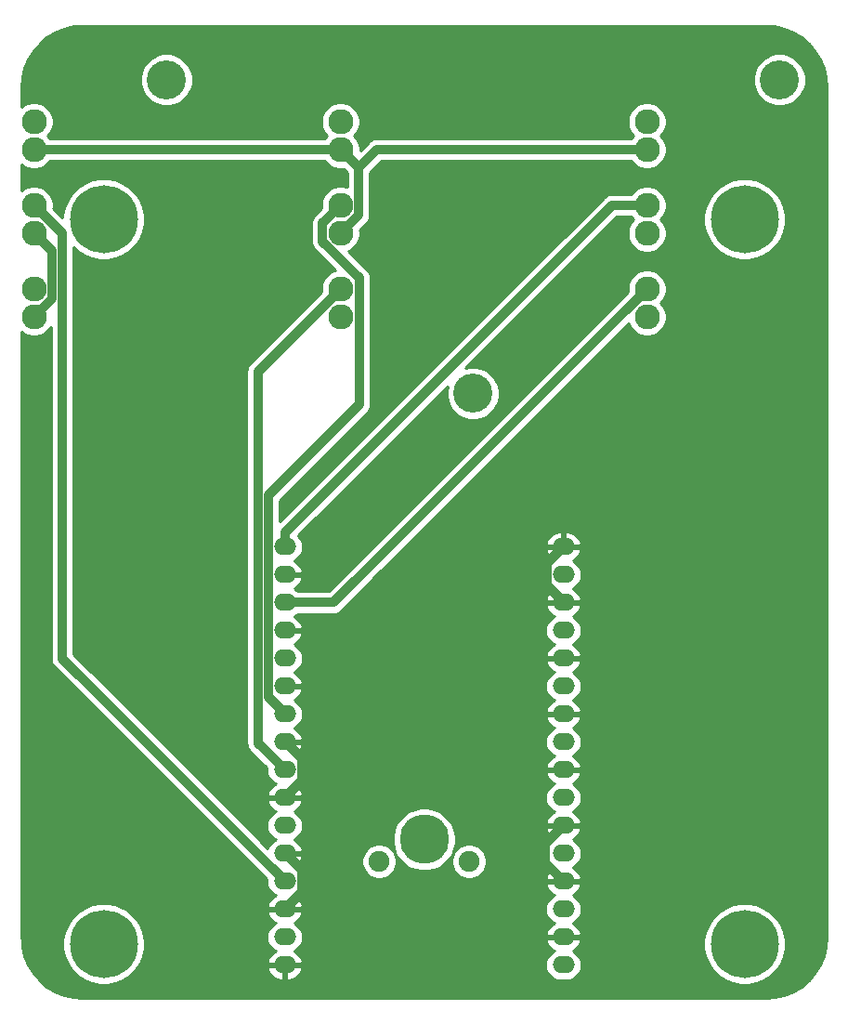
<source format=gbl>
%TF.GenerationSoftware,KiCad,Pcbnew,5.1.6-c6e7f7d~87~ubuntu20.04.1*%
%TF.CreationDate,2020-07-22T10:08:30-04:00*%
%TF.ProjectId,y_arena_valve_controller,795f6172-656e-4615-9f76-616c76655f63,1.1*%
%TF.SameCoordinates,Original*%
%TF.FileFunction,Copper,L2,Bot*%
%TF.FilePolarity,Positive*%
%FSLAX46Y46*%
G04 Gerber Fmt 4.6, Leading zero omitted, Abs format (unit mm)*
G04 Created by KiCad (PCBNEW 5.1.6-c6e7f7d~87~ubuntu20.04.1) date 2020-07-22 10:08:30*
%MOMM*%
%LPD*%
G01*
G04 APERTURE LIST*
%TA.AperFunction,ComponentPad*%
%ADD10C,2.286000*%
%TD*%
%TA.AperFunction,ComponentPad*%
%ADD11O,2.032000X1.524000*%
%TD*%
%TA.AperFunction,ComponentPad*%
%ADD12C,6.197600*%
%TD*%
%TA.AperFunction,ComponentPad*%
%ADD13C,3.556000*%
%TD*%
%TA.AperFunction,ComponentPad*%
%ADD14C,4.500000*%
%TD*%
%TA.AperFunction,ComponentPad*%
%ADD15C,1.900000*%
%TD*%
%TA.AperFunction,Conductor*%
%ADD16C,0.812800*%
%TD*%
%TA.AperFunction,Conductor*%
%ADD17C,0.254000*%
%TD*%
G04 APERTURE END LIST*
D10*
%TO.P,S7,2*%
%TO.N,/VALVE_6*%
X108585000Y-75565000D03*
%TO.P,S7,1*%
%TO.N,VCC*%
X108585000Y-78105000D03*
%TD*%
%TO.P,S1,2*%
%TO.N,/VALVE_0*%
X52705000Y-75565000D03*
%TO.P,S1,1*%
%TO.N,VCC*%
X52705000Y-78105000D03*
%TD*%
%TO.P,S2,2*%
%TO.N,/VALVE_1*%
X52705000Y-67945000D03*
%TO.P,S2,1*%
%TO.N,VCC*%
X52705000Y-70485000D03*
%TD*%
%TO.P,S3,2*%
%TO.N,/VALVE_2*%
X52705000Y-60325000D03*
%TO.P,S3,1*%
%TO.N,VCC*%
X52705000Y-62865000D03*
%TD*%
%TO.P,S4,2*%
%TO.N,/VALVE_3*%
X80645000Y-75565000D03*
%TO.P,S4,1*%
%TO.N,VCC*%
X80645000Y-78105000D03*
%TD*%
%TO.P,S5,2*%
%TO.N,/VALVE_4*%
X80645000Y-67945000D03*
%TO.P,S5,1*%
%TO.N,VCC*%
X80645000Y-70485000D03*
%TD*%
%TO.P,S6,2*%
%TO.N,/VALVE_5*%
X80645000Y-60325000D03*
%TO.P,S6,1*%
%TO.N,VCC*%
X80645000Y-62865000D03*
%TD*%
%TO.P,S8,2*%
%TO.N,/VALVE_7*%
X108585000Y-67945000D03*
%TO.P,S8,1*%
%TO.N,VCC*%
X108585000Y-70485000D03*
%TD*%
%TO.P,S9,2*%
%TO.N,/VALVE_8*%
X108585000Y-60325000D03*
%TO.P,S9,1*%
%TO.N,VCC*%
X108585000Y-62865000D03*
%TD*%
D11*
%TO.P,PHIDGET1,16*%
%TO.N,/VALVE_7*%
X75565000Y-99060000D03*
%TO.P,PHIDGET1,11*%
%TO.N,GND*%
X75565000Y-111760000D03*
%TO.P,PHIDGET1,1*%
X75565000Y-137160000D03*
%TO.P,PHIDGET1,4*%
%TO.N,/VALVE_1*%
X75565000Y-129540000D03*
%TO.P,PHIDGET1,9*%
%TO.N,GND*%
X75565000Y-116840000D03*
%TO.P,PHIDGET1,10*%
%TO.N,/VALVE_4*%
X75565000Y-114300000D03*
%TO.P,PHIDGET1,2*%
%TO.N,/VALVE_0*%
X75565000Y-134620000D03*
%TO.P,PHIDGET1,7*%
%TO.N,GND*%
X75565000Y-121920000D03*
%TO.P,PHIDGET1,8*%
%TO.N,/VALVE_3*%
X75565000Y-119380000D03*
%TO.P,PHIDGET1,3*%
%TO.N,GND*%
X75565000Y-132080000D03*
%TO.P,PHIDGET1,12*%
%TO.N,/VALVE_5*%
X75565000Y-109220000D03*
%TO.P,PHIDGET1,5*%
%TO.N,GND*%
X75565000Y-127000000D03*
%TO.P,PHIDGET1,15*%
X75565000Y-101600000D03*
%TO.P,PHIDGET1,14*%
%TO.N,/VALVE_6*%
X75565000Y-104140000D03*
%TO.P,PHIDGET1,13*%
%TO.N,GND*%
X75565000Y-106680000D03*
%TO.P,PHIDGET1,6*%
%TO.N,/VALVE_2*%
X75565000Y-124460000D03*
%TO.P,PHIDGET1,17*%
%TO.N,GND*%
X100965000Y-99060000D03*
%TO.P,PHIDGET1,18*%
%TO.N,/VALVE_8*%
X100965000Y-101600000D03*
%TO.P,PHIDGET1,32*%
%TO.N,N/C*%
X100965000Y-137160000D03*
D12*
%TO.P,PHIDGET1,*%
%TO.N,*%
X59055000Y-135255000D03*
X59055000Y-69215000D03*
X117475000Y-69215000D03*
X117475000Y-135255000D03*
D11*
%TO.P,PHIDGET1,19*%
%TO.N,GND*%
X100965000Y-104140000D03*
%TO.P,PHIDGET1,20*%
%TO.N,N/C*%
X100965000Y-106680000D03*
%TO.P,PHIDGET1,21*%
%TO.N,GND*%
X100965000Y-109220000D03*
%TO.P,PHIDGET1,22*%
%TO.N,N/C*%
X100965000Y-111760000D03*
%TO.P,PHIDGET1,23*%
%TO.N,GND*%
X100965000Y-114300000D03*
%TO.P,PHIDGET1,24*%
%TO.N,N/C*%
X100965000Y-116840000D03*
%TO.P,PHIDGET1,25*%
%TO.N,GND*%
X100965000Y-119380000D03*
%TO.P,PHIDGET1,26*%
%TO.N,N/C*%
X100965000Y-121920000D03*
%TO.P,PHIDGET1,27*%
%TO.N,GND*%
X100965000Y-124460000D03*
%TO.P,PHIDGET1,28*%
%TO.N,N/C*%
X100965000Y-127000000D03*
%TO.P,PHIDGET1,29*%
%TO.N,GND*%
X100965000Y-129540000D03*
%TO.P,PHIDGET1,30*%
%TO.N,N/C*%
X100965000Y-132080000D03*
%TO.P,PHIDGET1,31*%
%TO.N,GND*%
X100965000Y-134620000D03*
%TD*%
D13*
%TO.P,MH1,1*%
%TO.N,N/C*%
X92710000Y-85090000D03*
%TD*%
%TO.P,MH2,1*%
%TO.N,N/C*%
X64770000Y-56515000D03*
%TD*%
%TO.P,MH3,1*%
%TO.N,N/C*%
X120650000Y-56515000D03*
%TD*%
D14*
%TO.P,P1,*%
%TO.N,*%
X88265000Y-125730000D03*
D15*
X84165000Y-127730000D03*
X92365000Y-127730000D03*
%TD*%
D16*
%TO.N,/VALVE_1*%
X75565000Y-129540000D02*
X55271100Y-109246100D01*
X55271100Y-109246100D02*
X55271100Y-70511100D01*
X55271100Y-70511100D02*
X52705000Y-67945000D01*
%TO.N,/VALVE_3*%
X80645000Y-75565000D02*
X73122300Y-83087700D01*
X73122300Y-83087700D02*
X73122300Y-116937300D01*
X73122300Y-116937300D02*
X75565000Y-119380000D01*
%TO.N,/VALVE_4*%
X80645000Y-67945000D02*
X78986800Y-69603200D01*
X78986800Y-69603200D02*
X78986800Y-71221600D01*
X78986800Y-71221600D02*
X82332000Y-74566800D01*
X82332000Y-74566800D02*
X82332000Y-86112000D01*
X82332000Y-86112000D02*
X74038900Y-94405100D01*
X74038900Y-94405100D02*
X74038900Y-112773900D01*
X74038900Y-112773900D02*
X75565000Y-114300000D01*
%TO.N,/VALVE_6*%
X108585000Y-75565000D02*
X80010000Y-104140000D01*
X80010000Y-104140000D02*
X75565000Y-104140000D01*
%TO.N,/VALVE_7*%
X75565000Y-99060000D02*
X75565000Y-97766600D01*
X108585000Y-67945000D02*
X105386600Y-67945000D01*
X105386600Y-67945000D02*
X75565000Y-97766600D01*
%TO.N,GND*%
X75565000Y-116840000D02*
X77089400Y-118364400D01*
X77089400Y-118364400D02*
X77089400Y-120395600D01*
X77089400Y-120395600D02*
X75565000Y-121920000D01*
X100965000Y-129540000D02*
X99333000Y-127908000D01*
X99333000Y-127908000D02*
X99333000Y-126092000D01*
X99333000Y-126092000D02*
X100965000Y-124460000D01*
X75565000Y-132080000D02*
X77089400Y-130555600D01*
X77089400Y-130555600D02*
X77089400Y-128524400D01*
X77089400Y-128524400D02*
X75565000Y-127000000D01*
X100965000Y-104140000D02*
X99436500Y-102611500D01*
X99436500Y-102611500D02*
X99436500Y-100588500D01*
X99436500Y-100588500D02*
X100965000Y-99060000D01*
%TO.N,VCC*%
X52705000Y-70485000D02*
X54356300Y-72136300D01*
X54356300Y-72136300D02*
X54356300Y-76453700D01*
X54356300Y-76453700D02*
X52705000Y-78105000D01*
X80645000Y-62865000D02*
X52705000Y-62865000D01*
X82297700Y-64517700D02*
X80645000Y-62865000D01*
X80645000Y-70485000D02*
X82297700Y-68832300D01*
X82297700Y-68832300D02*
X82297700Y-64517700D01*
X108585000Y-62865000D02*
X83950400Y-62865000D01*
X83950400Y-62865000D02*
X82297700Y-64517700D01*
%TD*%
D17*
%TO.N,GND*%
G36*
X120251795Y-51645707D02*
G01*
X121102124Y-51849853D01*
X121910044Y-52184505D01*
X122655671Y-52641426D01*
X123320639Y-53209362D01*
X123888573Y-53874326D01*
X124345495Y-54619956D01*
X124680147Y-55427876D01*
X124884293Y-56278205D01*
X124955300Y-57180441D01*
X124955301Y-134589547D01*
X124884293Y-135491795D01*
X124680147Y-136342124D01*
X124345495Y-137150044D01*
X123888573Y-137895674D01*
X123320639Y-138560638D01*
X122655671Y-139128574D01*
X121910044Y-139585495D01*
X121102124Y-139920147D01*
X120251795Y-140124293D01*
X119349560Y-140195300D01*
X57180441Y-140195300D01*
X56278205Y-140124293D01*
X55427876Y-139920147D01*
X54619956Y-139585495D01*
X53874326Y-139128573D01*
X53209362Y-138560639D01*
X52641426Y-137895671D01*
X52184505Y-137150044D01*
X51849853Y-136342124D01*
X51645707Y-135491795D01*
X51598129Y-134887253D01*
X55321200Y-134887253D01*
X55321200Y-135622747D01*
X55464688Y-136344109D01*
X55746150Y-137023617D01*
X56154768Y-137635159D01*
X56674841Y-138155232D01*
X57286383Y-138563850D01*
X57965891Y-138845312D01*
X58687253Y-138988800D01*
X59422747Y-138988800D01*
X60144109Y-138845312D01*
X60823617Y-138563850D01*
X61435159Y-138155232D01*
X61955232Y-137635159D01*
X62043490Y-137503070D01*
X73956780Y-137503070D01*
X73971738Y-137577276D01*
X74078878Y-137830535D01*
X74233368Y-138058026D01*
X74429271Y-138251006D01*
X74659058Y-138402059D01*
X74913899Y-138505381D01*
X75184000Y-138557000D01*
X75438000Y-138557000D01*
X75438000Y-137287000D01*
X75692000Y-137287000D01*
X75692000Y-138557000D01*
X75946000Y-138557000D01*
X76216101Y-138505381D01*
X76470942Y-138402059D01*
X76700729Y-138251006D01*
X76896632Y-138058026D01*
X77051122Y-137830535D01*
X77158262Y-137577276D01*
X77173220Y-137503070D01*
X77050720Y-137287000D01*
X75692000Y-137287000D01*
X75438000Y-137287000D01*
X74079280Y-137287000D01*
X73956780Y-137503070D01*
X62043490Y-137503070D01*
X62272721Y-137160000D01*
X99307241Y-137160000D01*
X99334214Y-137433860D01*
X99414096Y-137697195D01*
X99543817Y-137939887D01*
X99718392Y-138152608D01*
X99931113Y-138327183D01*
X100173805Y-138456904D01*
X100437140Y-138536786D01*
X100642375Y-138557000D01*
X101287625Y-138557000D01*
X101492860Y-138536786D01*
X101756195Y-138456904D01*
X101998887Y-138327183D01*
X102211608Y-138152608D01*
X102386183Y-137939887D01*
X102515904Y-137697195D01*
X102595786Y-137433860D01*
X102622759Y-137160000D01*
X102595786Y-136886140D01*
X102515904Y-136622805D01*
X102386183Y-136380113D01*
X102211608Y-136167392D01*
X101998887Y-135992817D01*
X101804587Y-135888962D01*
X101870942Y-135862059D01*
X102100729Y-135711006D01*
X102296632Y-135518026D01*
X102451122Y-135290535D01*
X102558262Y-135037276D01*
X102573220Y-134963070D01*
X102530236Y-134887253D01*
X113741200Y-134887253D01*
X113741200Y-135622747D01*
X113884688Y-136344109D01*
X114166150Y-137023617D01*
X114574768Y-137635159D01*
X115094841Y-138155232D01*
X115706383Y-138563850D01*
X116385891Y-138845312D01*
X117107253Y-138988800D01*
X117842747Y-138988800D01*
X118564109Y-138845312D01*
X119243617Y-138563850D01*
X119855159Y-138155232D01*
X120375232Y-137635159D01*
X120783850Y-137023617D01*
X121065312Y-136344109D01*
X121208800Y-135622747D01*
X121208800Y-134887253D01*
X121065312Y-134165891D01*
X120783850Y-133486383D01*
X120375232Y-132874841D01*
X119855159Y-132354768D01*
X119243617Y-131946150D01*
X118564109Y-131664688D01*
X117842747Y-131521200D01*
X117107253Y-131521200D01*
X116385891Y-131664688D01*
X115706383Y-131946150D01*
X115094841Y-132354768D01*
X114574768Y-132874841D01*
X114166150Y-133486383D01*
X113884688Y-134165891D01*
X113741200Y-134887253D01*
X102530236Y-134887253D01*
X102450720Y-134747000D01*
X101092000Y-134747000D01*
X101092000Y-134767000D01*
X100838000Y-134767000D01*
X100838000Y-134747000D01*
X99479280Y-134747000D01*
X99356780Y-134963070D01*
X99371738Y-135037276D01*
X99478878Y-135290535D01*
X99633368Y-135518026D01*
X99829271Y-135711006D01*
X100059058Y-135862059D01*
X100125413Y-135888962D01*
X99931113Y-135992817D01*
X99718392Y-136167392D01*
X99543817Y-136380113D01*
X99414096Y-136622805D01*
X99334214Y-136886140D01*
X99307241Y-137160000D01*
X62272721Y-137160000D01*
X62363850Y-137023617D01*
X62645312Y-136344109D01*
X62788800Y-135622747D01*
X62788800Y-134887253D01*
X62735641Y-134620000D01*
X73907241Y-134620000D01*
X73934214Y-134893860D01*
X74014096Y-135157195D01*
X74143817Y-135399887D01*
X74318392Y-135612608D01*
X74531113Y-135787183D01*
X74725413Y-135891038D01*
X74659058Y-135917941D01*
X74429271Y-136068994D01*
X74233368Y-136261974D01*
X74078878Y-136489465D01*
X73971738Y-136742724D01*
X73956780Y-136816930D01*
X74079280Y-137033000D01*
X75438000Y-137033000D01*
X75438000Y-137013000D01*
X75692000Y-137013000D01*
X75692000Y-137033000D01*
X77050720Y-137033000D01*
X77173220Y-136816930D01*
X77158262Y-136742724D01*
X77051122Y-136489465D01*
X76896632Y-136261974D01*
X76700729Y-136068994D01*
X76470942Y-135917941D01*
X76404587Y-135891038D01*
X76598887Y-135787183D01*
X76811608Y-135612608D01*
X76986183Y-135399887D01*
X77115904Y-135157195D01*
X77195786Y-134893860D01*
X77222759Y-134620000D01*
X77195786Y-134346140D01*
X77115904Y-134082805D01*
X76986183Y-133840113D01*
X76811608Y-133627392D01*
X76598887Y-133452817D01*
X76404587Y-133348962D01*
X76470942Y-133322059D01*
X76700729Y-133171006D01*
X76896632Y-132978026D01*
X77051122Y-132750535D01*
X77158262Y-132497276D01*
X77173220Y-132423070D01*
X77050720Y-132207000D01*
X75692000Y-132207000D01*
X75692000Y-132227000D01*
X75438000Y-132227000D01*
X75438000Y-132207000D01*
X74079280Y-132207000D01*
X73956780Y-132423070D01*
X73971738Y-132497276D01*
X74078878Y-132750535D01*
X74233368Y-132978026D01*
X74429271Y-133171006D01*
X74659058Y-133322059D01*
X74725413Y-133348962D01*
X74531113Y-133452817D01*
X74318392Y-133627392D01*
X74143817Y-133840113D01*
X74014096Y-134082805D01*
X73934214Y-134346140D01*
X73907241Y-134620000D01*
X62735641Y-134620000D01*
X62645312Y-134165891D01*
X62363850Y-133486383D01*
X61955232Y-132874841D01*
X61435159Y-132354768D01*
X61023939Y-132080000D01*
X99307241Y-132080000D01*
X99334214Y-132353860D01*
X99414096Y-132617195D01*
X99543817Y-132859887D01*
X99718392Y-133072608D01*
X99931113Y-133247183D01*
X100125413Y-133351038D01*
X100059058Y-133377941D01*
X99829271Y-133528994D01*
X99633368Y-133721974D01*
X99478878Y-133949465D01*
X99371738Y-134202724D01*
X99356780Y-134276930D01*
X99479280Y-134493000D01*
X100838000Y-134493000D01*
X100838000Y-134473000D01*
X101092000Y-134473000D01*
X101092000Y-134493000D01*
X102450720Y-134493000D01*
X102573220Y-134276930D01*
X102558262Y-134202724D01*
X102451122Y-133949465D01*
X102296632Y-133721974D01*
X102100729Y-133528994D01*
X101870942Y-133377941D01*
X101804587Y-133351038D01*
X101998887Y-133247183D01*
X102211608Y-133072608D01*
X102386183Y-132859887D01*
X102515904Y-132617195D01*
X102595786Y-132353860D01*
X102622759Y-132080000D01*
X102595786Y-131806140D01*
X102515904Y-131542805D01*
X102386183Y-131300113D01*
X102211608Y-131087392D01*
X101998887Y-130912817D01*
X101804587Y-130808962D01*
X101870942Y-130782059D01*
X102100729Y-130631006D01*
X102296632Y-130438026D01*
X102451122Y-130210535D01*
X102558262Y-129957276D01*
X102573220Y-129883070D01*
X102450720Y-129667000D01*
X101092000Y-129667000D01*
X101092000Y-129687000D01*
X100838000Y-129687000D01*
X100838000Y-129667000D01*
X99479280Y-129667000D01*
X99356780Y-129883070D01*
X99371738Y-129957276D01*
X99478878Y-130210535D01*
X99633368Y-130438026D01*
X99829271Y-130631006D01*
X100059058Y-130782059D01*
X100125413Y-130808962D01*
X99931113Y-130912817D01*
X99718392Y-131087392D01*
X99543817Y-131300113D01*
X99414096Y-131542805D01*
X99334214Y-131806140D01*
X99307241Y-132080000D01*
X61023939Y-132080000D01*
X60823617Y-131946150D01*
X60144109Y-131664688D01*
X59422747Y-131521200D01*
X58687253Y-131521200D01*
X57965891Y-131664688D01*
X57286383Y-131946150D01*
X56674841Y-132354768D01*
X56154768Y-132874841D01*
X55746150Y-133486383D01*
X55464688Y-134165891D01*
X55321200Y-134887253D01*
X51598129Y-134887253D01*
X51574700Y-134589560D01*
X51574700Y-79488140D01*
X51862801Y-79680643D01*
X52186377Y-79814672D01*
X52529882Y-79883000D01*
X52880118Y-79883000D01*
X53223623Y-79814672D01*
X53547199Y-79680643D01*
X53838409Y-79486063D01*
X54086063Y-79238409D01*
X54229701Y-79023440D01*
X54229700Y-109194959D01*
X54224663Y-109246100D01*
X54229700Y-109297241D01*
X54229700Y-109297251D01*
X54244769Y-109450249D01*
X54304317Y-109646553D01*
X54401019Y-109827470D01*
X54531157Y-109986043D01*
X54570891Y-110018652D01*
X73923828Y-129371590D01*
X73907241Y-129540000D01*
X73934214Y-129813860D01*
X74014096Y-130077195D01*
X74143817Y-130319887D01*
X74318392Y-130532608D01*
X74531113Y-130707183D01*
X74725413Y-130811038D01*
X74659058Y-130837941D01*
X74429271Y-130988994D01*
X74233368Y-131181974D01*
X74078878Y-131409465D01*
X73971738Y-131662724D01*
X73956780Y-131736930D01*
X74079280Y-131953000D01*
X75438000Y-131953000D01*
X75438000Y-131933000D01*
X75692000Y-131933000D01*
X75692000Y-131953000D01*
X77050720Y-131953000D01*
X77173220Y-131736930D01*
X77158262Y-131662724D01*
X77051122Y-131409465D01*
X76896632Y-131181974D01*
X76700729Y-130988994D01*
X76470942Y-130837941D01*
X76404587Y-130811038D01*
X76598887Y-130707183D01*
X76811608Y-130532608D01*
X76986183Y-130319887D01*
X77115904Y-130077195D01*
X77195786Y-129813860D01*
X77222759Y-129540000D01*
X77195786Y-129266140D01*
X77115904Y-129002805D01*
X76986183Y-128760113D01*
X76811608Y-128547392D01*
X76598887Y-128372817D01*
X76404587Y-128268962D01*
X76470942Y-128242059D01*
X76700729Y-128091006D01*
X76896632Y-127898026D01*
X77051122Y-127670535D01*
X77092006Y-127573891D01*
X82580000Y-127573891D01*
X82580000Y-127886109D01*
X82640911Y-128192327D01*
X82760391Y-128480779D01*
X82933850Y-128740379D01*
X83154621Y-128961150D01*
X83414221Y-129134609D01*
X83702673Y-129254089D01*
X84008891Y-129315000D01*
X84321109Y-129315000D01*
X84627327Y-129254089D01*
X84915779Y-129134609D01*
X85175379Y-128961150D01*
X85396150Y-128740379D01*
X85569609Y-128480779D01*
X85689089Y-128192327D01*
X85750000Y-127886109D01*
X85750000Y-127573891D01*
X85689089Y-127267673D01*
X85569609Y-126979221D01*
X85396150Y-126719621D01*
X85175379Y-126498850D01*
X84915779Y-126325391D01*
X84627327Y-126205911D01*
X84321109Y-126145000D01*
X84008891Y-126145000D01*
X83702673Y-126205911D01*
X83414221Y-126325391D01*
X83154621Y-126498850D01*
X82933850Y-126719621D01*
X82760391Y-126979221D01*
X82640911Y-127267673D01*
X82580000Y-127573891D01*
X77092006Y-127573891D01*
X77158262Y-127417276D01*
X77173220Y-127343070D01*
X77050720Y-127127000D01*
X75692000Y-127127000D01*
X75692000Y-127147000D01*
X75438000Y-127147000D01*
X75438000Y-127127000D01*
X75418000Y-127127000D01*
X75418000Y-126873000D01*
X75438000Y-126873000D01*
X75438000Y-126853000D01*
X75692000Y-126853000D01*
X75692000Y-126873000D01*
X77050720Y-126873000D01*
X77173220Y-126656930D01*
X77158262Y-126582724D01*
X77051122Y-126329465D01*
X76896632Y-126101974D01*
X76700729Y-125908994D01*
X76470942Y-125757941D01*
X76404587Y-125731038D01*
X76598887Y-125627183D01*
X76811608Y-125452608D01*
X76817152Y-125445852D01*
X85380000Y-125445852D01*
X85380000Y-126014148D01*
X85490869Y-126571523D01*
X85708346Y-127096560D01*
X86024074Y-127569080D01*
X86425920Y-127970926D01*
X86898440Y-128286654D01*
X87423477Y-128504131D01*
X87980852Y-128615000D01*
X88549148Y-128615000D01*
X89106523Y-128504131D01*
X89631560Y-128286654D01*
X90104080Y-127970926D01*
X90501115Y-127573891D01*
X90780000Y-127573891D01*
X90780000Y-127886109D01*
X90840911Y-128192327D01*
X90960391Y-128480779D01*
X91133850Y-128740379D01*
X91354621Y-128961150D01*
X91614221Y-129134609D01*
X91902673Y-129254089D01*
X92208891Y-129315000D01*
X92521109Y-129315000D01*
X92827327Y-129254089D01*
X93115779Y-129134609D01*
X93375379Y-128961150D01*
X93596150Y-128740379D01*
X93769609Y-128480779D01*
X93889089Y-128192327D01*
X93950000Y-127886109D01*
X93950000Y-127573891D01*
X93889089Y-127267673D01*
X93778216Y-127000000D01*
X99307241Y-127000000D01*
X99334214Y-127273860D01*
X99414096Y-127537195D01*
X99543817Y-127779887D01*
X99718392Y-127992608D01*
X99931113Y-128167183D01*
X100125413Y-128271038D01*
X100059058Y-128297941D01*
X99829271Y-128448994D01*
X99633368Y-128641974D01*
X99478878Y-128869465D01*
X99371738Y-129122724D01*
X99356780Y-129196930D01*
X99479280Y-129413000D01*
X100838000Y-129413000D01*
X100838000Y-129393000D01*
X101092000Y-129393000D01*
X101092000Y-129413000D01*
X102450720Y-129413000D01*
X102573220Y-129196930D01*
X102558262Y-129122724D01*
X102451122Y-128869465D01*
X102296632Y-128641974D01*
X102100729Y-128448994D01*
X101870942Y-128297941D01*
X101804587Y-128271038D01*
X101998887Y-128167183D01*
X102211608Y-127992608D01*
X102386183Y-127779887D01*
X102515904Y-127537195D01*
X102595786Y-127273860D01*
X102622759Y-127000000D01*
X102595786Y-126726140D01*
X102515904Y-126462805D01*
X102386183Y-126220113D01*
X102211608Y-126007392D01*
X101998887Y-125832817D01*
X101804587Y-125728962D01*
X101870942Y-125702059D01*
X102100729Y-125551006D01*
X102296632Y-125358026D01*
X102451122Y-125130535D01*
X102558262Y-124877276D01*
X102573220Y-124803070D01*
X102450720Y-124587000D01*
X101092000Y-124587000D01*
X101092000Y-124607000D01*
X100838000Y-124607000D01*
X100838000Y-124587000D01*
X99479280Y-124587000D01*
X99356780Y-124803070D01*
X99371738Y-124877276D01*
X99478878Y-125130535D01*
X99633368Y-125358026D01*
X99829271Y-125551006D01*
X100059058Y-125702059D01*
X100125413Y-125728962D01*
X99931113Y-125832817D01*
X99718392Y-126007392D01*
X99543817Y-126220113D01*
X99414096Y-126462805D01*
X99334214Y-126726140D01*
X99307241Y-127000000D01*
X93778216Y-127000000D01*
X93769609Y-126979221D01*
X93596150Y-126719621D01*
X93375379Y-126498850D01*
X93115779Y-126325391D01*
X92827327Y-126205911D01*
X92521109Y-126145000D01*
X92208891Y-126145000D01*
X91902673Y-126205911D01*
X91614221Y-126325391D01*
X91354621Y-126498850D01*
X91133850Y-126719621D01*
X90960391Y-126979221D01*
X90840911Y-127267673D01*
X90780000Y-127573891D01*
X90501115Y-127573891D01*
X90505926Y-127569080D01*
X90821654Y-127096560D01*
X91039131Y-126571523D01*
X91150000Y-126014148D01*
X91150000Y-125445852D01*
X91039131Y-124888477D01*
X90821654Y-124363440D01*
X90505926Y-123890920D01*
X90104080Y-123489074D01*
X89631560Y-123173346D01*
X89106523Y-122955869D01*
X88549148Y-122845000D01*
X87980852Y-122845000D01*
X87423477Y-122955869D01*
X86898440Y-123173346D01*
X86425920Y-123489074D01*
X86024074Y-123890920D01*
X85708346Y-124363440D01*
X85490869Y-124888477D01*
X85380000Y-125445852D01*
X76817152Y-125445852D01*
X76986183Y-125239887D01*
X77115904Y-124997195D01*
X77195786Y-124733860D01*
X77222759Y-124460000D01*
X77195786Y-124186140D01*
X77115904Y-123922805D01*
X76986183Y-123680113D01*
X76811608Y-123467392D01*
X76598887Y-123292817D01*
X76404587Y-123188962D01*
X76470942Y-123162059D01*
X76700729Y-123011006D01*
X76896632Y-122818026D01*
X77051122Y-122590535D01*
X77158262Y-122337276D01*
X77173220Y-122263070D01*
X77050720Y-122047000D01*
X75692000Y-122047000D01*
X75692000Y-122067000D01*
X75438000Y-122067000D01*
X75438000Y-122047000D01*
X74079280Y-122047000D01*
X73956780Y-122263070D01*
X73971738Y-122337276D01*
X74078878Y-122590535D01*
X74233368Y-122818026D01*
X74429271Y-123011006D01*
X74659058Y-123162059D01*
X74725413Y-123188962D01*
X74531113Y-123292817D01*
X74318392Y-123467392D01*
X74143817Y-123680113D01*
X74014096Y-123922805D01*
X73934214Y-124186140D01*
X73907241Y-124460000D01*
X73934214Y-124733860D01*
X74014096Y-124997195D01*
X74143817Y-125239887D01*
X74318392Y-125452608D01*
X74531113Y-125627183D01*
X74725413Y-125731038D01*
X74659058Y-125757941D01*
X74429271Y-125908994D01*
X74233368Y-126101974D01*
X74078878Y-126329465D01*
X74004067Y-126506305D01*
X69417762Y-121920000D01*
X99307241Y-121920000D01*
X99334214Y-122193860D01*
X99414096Y-122457195D01*
X99543817Y-122699887D01*
X99718392Y-122912608D01*
X99931113Y-123087183D01*
X100125413Y-123191038D01*
X100059058Y-123217941D01*
X99829271Y-123368994D01*
X99633368Y-123561974D01*
X99478878Y-123789465D01*
X99371738Y-124042724D01*
X99356780Y-124116930D01*
X99479280Y-124333000D01*
X100838000Y-124333000D01*
X100838000Y-124313000D01*
X101092000Y-124313000D01*
X101092000Y-124333000D01*
X102450720Y-124333000D01*
X102573220Y-124116930D01*
X102558262Y-124042724D01*
X102451122Y-123789465D01*
X102296632Y-123561974D01*
X102100729Y-123368994D01*
X101870942Y-123217941D01*
X101804587Y-123191038D01*
X101998887Y-123087183D01*
X102211608Y-122912608D01*
X102386183Y-122699887D01*
X102515904Y-122457195D01*
X102595786Y-122193860D01*
X102622759Y-121920000D01*
X102595786Y-121646140D01*
X102515904Y-121382805D01*
X102386183Y-121140113D01*
X102211608Y-120927392D01*
X101998887Y-120752817D01*
X101804587Y-120648962D01*
X101870942Y-120622059D01*
X102100729Y-120471006D01*
X102296632Y-120278026D01*
X102451122Y-120050535D01*
X102558262Y-119797276D01*
X102573220Y-119723070D01*
X102450720Y-119507000D01*
X101092000Y-119507000D01*
X101092000Y-119527000D01*
X100838000Y-119527000D01*
X100838000Y-119507000D01*
X99479280Y-119507000D01*
X99356780Y-119723070D01*
X99371738Y-119797276D01*
X99478878Y-120050535D01*
X99633368Y-120278026D01*
X99829271Y-120471006D01*
X100059058Y-120622059D01*
X100125413Y-120648962D01*
X99931113Y-120752817D01*
X99718392Y-120927392D01*
X99543817Y-121140113D01*
X99414096Y-121382805D01*
X99334214Y-121646140D01*
X99307241Y-121920000D01*
X69417762Y-121920000D01*
X56312500Y-108814739D01*
X56312500Y-71752891D01*
X56674841Y-72115232D01*
X57286383Y-72523850D01*
X57965891Y-72805312D01*
X58687253Y-72948800D01*
X59422747Y-72948800D01*
X60144109Y-72805312D01*
X60823617Y-72523850D01*
X61435159Y-72115232D01*
X61955232Y-71595159D01*
X62363850Y-70983617D01*
X62645312Y-70304109D01*
X62788800Y-69582747D01*
X62788800Y-68847253D01*
X62645312Y-68125891D01*
X62363850Y-67446383D01*
X61955232Y-66834841D01*
X61435159Y-66314768D01*
X60823617Y-65906150D01*
X60144109Y-65624688D01*
X59422747Y-65481200D01*
X58687253Y-65481200D01*
X57965891Y-65624688D01*
X57286383Y-65906150D01*
X56674841Y-66314768D01*
X56154768Y-66834841D01*
X55746150Y-67446383D01*
X55464688Y-68125891D01*
X55321200Y-68847253D01*
X55321200Y-69088438D01*
X54461411Y-68228650D01*
X54483000Y-68120118D01*
X54483000Y-67769882D01*
X54414672Y-67426377D01*
X54280643Y-67102801D01*
X54086063Y-66811591D01*
X53838409Y-66563937D01*
X53547199Y-66369357D01*
X53223623Y-66235328D01*
X52880118Y-66167000D01*
X52529882Y-66167000D01*
X52186377Y-66235328D01*
X51862801Y-66369357D01*
X51574700Y-66561860D01*
X51574700Y-64248140D01*
X51862801Y-64440643D01*
X52186377Y-64574672D01*
X52529882Y-64643000D01*
X52880118Y-64643000D01*
X53223623Y-64574672D01*
X53547199Y-64440643D01*
X53838409Y-64246063D01*
X54086063Y-63998409D01*
X54147541Y-63906400D01*
X79202459Y-63906400D01*
X79263937Y-63998409D01*
X79511591Y-64246063D01*
X79802801Y-64440643D01*
X80126377Y-64574672D01*
X80469882Y-64643000D01*
X80820118Y-64643000D01*
X80928650Y-64621411D01*
X81256301Y-64949063D01*
X81256301Y-66273716D01*
X81163623Y-66235328D01*
X80820118Y-66167000D01*
X80469882Y-66167000D01*
X80126377Y-66235328D01*
X79802801Y-66369357D01*
X79511591Y-66563937D01*
X79263937Y-66811591D01*
X79069357Y-67102801D01*
X78935328Y-67426377D01*
X78867000Y-67769882D01*
X78867000Y-68120118D01*
X78888589Y-68228650D01*
X78286591Y-68830648D01*
X78246857Y-68863257D01*
X78116719Y-69021830D01*
X78020017Y-69202747D01*
X77960469Y-69399051D01*
X77945400Y-69552049D01*
X77945400Y-69552059D01*
X77940363Y-69603200D01*
X77945400Y-69654342D01*
X77945401Y-71170449D01*
X77940363Y-71221600D01*
X77945401Y-71272751D01*
X77945401Y-71272752D01*
X77960470Y-71425750D01*
X77968367Y-71451782D01*
X78020018Y-71622055D01*
X78116719Y-71802969D01*
X78214250Y-71921811D01*
X78214254Y-71921815D01*
X78246858Y-71961543D01*
X78286586Y-71994147D01*
X80144218Y-73851779D01*
X80126377Y-73855328D01*
X79802801Y-73989357D01*
X79511591Y-74183937D01*
X79263937Y-74431591D01*
X79069357Y-74722801D01*
X78935328Y-75046377D01*
X78867000Y-75389882D01*
X78867000Y-75740118D01*
X78888588Y-75848650D01*
X72422091Y-82315148D01*
X72382357Y-82347757D01*
X72252219Y-82506330D01*
X72155517Y-82687247D01*
X72095969Y-82883551D01*
X72080900Y-83036549D01*
X72080900Y-83036559D01*
X72075863Y-83087700D01*
X72080900Y-83138841D01*
X72080901Y-116886149D01*
X72075863Y-116937300D01*
X72095970Y-117141449D01*
X72155518Y-117337755D01*
X72252219Y-117518669D01*
X72349750Y-117637511D01*
X72349754Y-117637515D01*
X72382358Y-117677243D01*
X72422086Y-117709847D01*
X73923828Y-119211590D01*
X73907241Y-119380000D01*
X73934214Y-119653860D01*
X74014096Y-119917195D01*
X74143817Y-120159887D01*
X74318392Y-120372608D01*
X74531113Y-120547183D01*
X74725413Y-120651038D01*
X74659058Y-120677941D01*
X74429271Y-120828994D01*
X74233368Y-121021974D01*
X74078878Y-121249465D01*
X73971738Y-121502724D01*
X73956780Y-121576930D01*
X74079280Y-121793000D01*
X75438000Y-121793000D01*
X75438000Y-121773000D01*
X75692000Y-121773000D01*
X75692000Y-121793000D01*
X77050720Y-121793000D01*
X77173220Y-121576930D01*
X77158262Y-121502724D01*
X77051122Y-121249465D01*
X76896632Y-121021974D01*
X76700729Y-120828994D01*
X76470942Y-120677941D01*
X76404587Y-120651038D01*
X76598887Y-120547183D01*
X76811608Y-120372608D01*
X76986183Y-120159887D01*
X77115904Y-119917195D01*
X77195786Y-119653860D01*
X77222759Y-119380000D01*
X77195786Y-119106140D01*
X77115904Y-118842805D01*
X76986183Y-118600113D01*
X76811608Y-118387392D01*
X76598887Y-118212817D01*
X76404587Y-118108962D01*
X76470942Y-118082059D01*
X76700729Y-117931006D01*
X76896632Y-117738026D01*
X77051122Y-117510535D01*
X77158262Y-117257276D01*
X77173220Y-117183070D01*
X77050720Y-116967000D01*
X75692000Y-116967000D01*
X75692000Y-116987000D01*
X75438000Y-116987000D01*
X75438000Y-116967000D01*
X75418000Y-116967000D01*
X75418000Y-116840000D01*
X99307241Y-116840000D01*
X99334214Y-117113860D01*
X99414096Y-117377195D01*
X99543817Y-117619887D01*
X99718392Y-117832608D01*
X99931113Y-118007183D01*
X100125413Y-118111038D01*
X100059058Y-118137941D01*
X99829271Y-118288994D01*
X99633368Y-118481974D01*
X99478878Y-118709465D01*
X99371738Y-118962724D01*
X99356780Y-119036930D01*
X99479280Y-119253000D01*
X100838000Y-119253000D01*
X100838000Y-119233000D01*
X101092000Y-119233000D01*
X101092000Y-119253000D01*
X102450720Y-119253000D01*
X102573220Y-119036930D01*
X102558262Y-118962724D01*
X102451122Y-118709465D01*
X102296632Y-118481974D01*
X102100729Y-118288994D01*
X101870942Y-118137941D01*
X101804587Y-118111038D01*
X101998887Y-118007183D01*
X102211608Y-117832608D01*
X102386183Y-117619887D01*
X102515904Y-117377195D01*
X102595786Y-117113860D01*
X102622759Y-116840000D01*
X102595786Y-116566140D01*
X102515904Y-116302805D01*
X102386183Y-116060113D01*
X102211608Y-115847392D01*
X101998887Y-115672817D01*
X101804587Y-115568962D01*
X101870942Y-115542059D01*
X102100729Y-115391006D01*
X102296632Y-115198026D01*
X102451122Y-114970535D01*
X102558262Y-114717276D01*
X102573220Y-114643070D01*
X102450720Y-114427000D01*
X101092000Y-114427000D01*
X101092000Y-114447000D01*
X100838000Y-114447000D01*
X100838000Y-114427000D01*
X99479280Y-114427000D01*
X99356780Y-114643070D01*
X99371738Y-114717276D01*
X99478878Y-114970535D01*
X99633368Y-115198026D01*
X99829271Y-115391006D01*
X100059058Y-115542059D01*
X100125413Y-115568962D01*
X99931113Y-115672817D01*
X99718392Y-115847392D01*
X99543817Y-116060113D01*
X99414096Y-116302805D01*
X99334214Y-116566140D01*
X99307241Y-116840000D01*
X75418000Y-116840000D01*
X75418000Y-116713000D01*
X75438000Y-116713000D01*
X75438000Y-116693000D01*
X75692000Y-116693000D01*
X75692000Y-116713000D01*
X77050720Y-116713000D01*
X77173220Y-116496930D01*
X77158262Y-116422724D01*
X77051122Y-116169465D01*
X76896632Y-115941974D01*
X76700729Y-115748994D01*
X76470942Y-115597941D01*
X76404587Y-115571038D01*
X76598887Y-115467183D01*
X76811608Y-115292608D01*
X76986183Y-115079887D01*
X77115904Y-114837195D01*
X77195786Y-114573860D01*
X77222759Y-114300000D01*
X77195786Y-114026140D01*
X77115904Y-113762805D01*
X76986183Y-113520113D01*
X76811608Y-113307392D01*
X76598887Y-113132817D01*
X76404587Y-113028962D01*
X76470942Y-113002059D01*
X76700729Y-112851006D01*
X76896632Y-112658026D01*
X77051122Y-112430535D01*
X77158262Y-112177276D01*
X77173220Y-112103070D01*
X77050720Y-111887000D01*
X75692000Y-111887000D01*
X75692000Y-111907000D01*
X75438000Y-111907000D01*
X75438000Y-111887000D01*
X75418000Y-111887000D01*
X75418000Y-111760000D01*
X99307241Y-111760000D01*
X99334214Y-112033860D01*
X99414096Y-112297195D01*
X99543817Y-112539887D01*
X99718392Y-112752608D01*
X99931113Y-112927183D01*
X100125413Y-113031038D01*
X100059058Y-113057941D01*
X99829271Y-113208994D01*
X99633368Y-113401974D01*
X99478878Y-113629465D01*
X99371738Y-113882724D01*
X99356780Y-113956930D01*
X99479280Y-114173000D01*
X100838000Y-114173000D01*
X100838000Y-114153000D01*
X101092000Y-114153000D01*
X101092000Y-114173000D01*
X102450720Y-114173000D01*
X102573220Y-113956930D01*
X102558262Y-113882724D01*
X102451122Y-113629465D01*
X102296632Y-113401974D01*
X102100729Y-113208994D01*
X101870942Y-113057941D01*
X101804587Y-113031038D01*
X101998887Y-112927183D01*
X102211608Y-112752608D01*
X102386183Y-112539887D01*
X102515904Y-112297195D01*
X102595786Y-112033860D01*
X102622759Y-111760000D01*
X102595786Y-111486140D01*
X102515904Y-111222805D01*
X102386183Y-110980113D01*
X102211608Y-110767392D01*
X101998887Y-110592817D01*
X101804587Y-110488962D01*
X101870942Y-110462059D01*
X102100729Y-110311006D01*
X102296632Y-110118026D01*
X102451122Y-109890535D01*
X102558262Y-109637276D01*
X102573220Y-109563070D01*
X102450720Y-109347000D01*
X101092000Y-109347000D01*
X101092000Y-109367000D01*
X100838000Y-109367000D01*
X100838000Y-109347000D01*
X99479280Y-109347000D01*
X99356780Y-109563070D01*
X99371738Y-109637276D01*
X99478878Y-109890535D01*
X99633368Y-110118026D01*
X99829271Y-110311006D01*
X100059058Y-110462059D01*
X100125413Y-110488962D01*
X99931113Y-110592817D01*
X99718392Y-110767392D01*
X99543817Y-110980113D01*
X99414096Y-111222805D01*
X99334214Y-111486140D01*
X99307241Y-111760000D01*
X75418000Y-111760000D01*
X75418000Y-111633000D01*
X75438000Y-111633000D01*
X75438000Y-111613000D01*
X75692000Y-111613000D01*
X75692000Y-111633000D01*
X77050720Y-111633000D01*
X77173220Y-111416930D01*
X77158262Y-111342724D01*
X77051122Y-111089465D01*
X76896632Y-110861974D01*
X76700729Y-110668994D01*
X76470942Y-110517941D01*
X76404587Y-110491038D01*
X76598887Y-110387183D01*
X76811608Y-110212608D01*
X76986183Y-109999887D01*
X77115904Y-109757195D01*
X77195786Y-109493860D01*
X77222759Y-109220000D01*
X77195786Y-108946140D01*
X77115904Y-108682805D01*
X76986183Y-108440113D01*
X76811608Y-108227392D01*
X76598887Y-108052817D01*
X76404587Y-107948962D01*
X76470942Y-107922059D01*
X76700729Y-107771006D01*
X76896632Y-107578026D01*
X77051122Y-107350535D01*
X77158262Y-107097276D01*
X77173220Y-107023070D01*
X77050720Y-106807000D01*
X75692000Y-106807000D01*
X75692000Y-106827000D01*
X75438000Y-106827000D01*
X75438000Y-106807000D01*
X75418000Y-106807000D01*
X75418000Y-106680000D01*
X99307241Y-106680000D01*
X99334214Y-106953860D01*
X99414096Y-107217195D01*
X99543817Y-107459887D01*
X99718392Y-107672608D01*
X99931113Y-107847183D01*
X100125413Y-107951038D01*
X100059058Y-107977941D01*
X99829271Y-108128994D01*
X99633368Y-108321974D01*
X99478878Y-108549465D01*
X99371738Y-108802724D01*
X99356780Y-108876930D01*
X99479280Y-109093000D01*
X100838000Y-109093000D01*
X100838000Y-109073000D01*
X101092000Y-109073000D01*
X101092000Y-109093000D01*
X102450720Y-109093000D01*
X102573220Y-108876930D01*
X102558262Y-108802724D01*
X102451122Y-108549465D01*
X102296632Y-108321974D01*
X102100729Y-108128994D01*
X101870942Y-107977941D01*
X101804587Y-107951038D01*
X101998887Y-107847183D01*
X102211608Y-107672608D01*
X102386183Y-107459887D01*
X102515904Y-107217195D01*
X102595786Y-106953860D01*
X102622759Y-106680000D01*
X102595786Y-106406140D01*
X102515904Y-106142805D01*
X102386183Y-105900113D01*
X102211608Y-105687392D01*
X101998887Y-105512817D01*
X101804587Y-105408962D01*
X101870942Y-105382059D01*
X102100729Y-105231006D01*
X102296632Y-105038026D01*
X102451122Y-104810535D01*
X102558262Y-104557276D01*
X102573220Y-104483070D01*
X102450720Y-104267000D01*
X101092000Y-104267000D01*
X101092000Y-104287000D01*
X100838000Y-104287000D01*
X100838000Y-104267000D01*
X99479280Y-104267000D01*
X99356780Y-104483070D01*
X99371738Y-104557276D01*
X99478878Y-104810535D01*
X99633368Y-105038026D01*
X99829271Y-105231006D01*
X100059058Y-105382059D01*
X100125413Y-105408962D01*
X99931113Y-105512817D01*
X99718392Y-105687392D01*
X99543817Y-105900113D01*
X99414096Y-106142805D01*
X99334214Y-106406140D01*
X99307241Y-106680000D01*
X75418000Y-106680000D01*
X75418000Y-106553000D01*
X75438000Y-106553000D01*
X75438000Y-106533000D01*
X75692000Y-106533000D01*
X75692000Y-106553000D01*
X77050720Y-106553000D01*
X77173220Y-106336930D01*
X77158262Y-106262724D01*
X77051122Y-106009465D01*
X76896632Y-105781974D01*
X76700729Y-105588994D01*
X76470942Y-105437941D01*
X76404587Y-105411038D01*
X76598887Y-105307183D01*
X76752155Y-105181400D01*
X79958859Y-105181400D01*
X80010000Y-105186437D01*
X80061141Y-105181400D01*
X80061152Y-105181400D01*
X80214150Y-105166331D01*
X80410454Y-105106783D01*
X80591370Y-105010081D01*
X80749943Y-104879943D01*
X80782552Y-104840209D01*
X84022761Y-101600000D01*
X99307241Y-101600000D01*
X99334214Y-101873860D01*
X99414096Y-102137195D01*
X99543817Y-102379887D01*
X99718392Y-102592608D01*
X99931113Y-102767183D01*
X100125413Y-102871038D01*
X100059058Y-102897941D01*
X99829271Y-103048994D01*
X99633368Y-103241974D01*
X99478878Y-103469465D01*
X99371738Y-103722724D01*
X99356780Y-103796930D01*
X99479280Y-104013000D01*
X100838000Y-104013000D01*
X100838000Y-103993000D01*
X101092000Y-103993000D01*
X101092000Y-104013000D01*
X102450720Y-104013000D01*
X102573220Y-103796930D01*
X102558262Y-103722724D01*
X102451122Y-103469465D01*
X102296632Y-103241974D01*
X102100729Y-103048994D01*
X101870942Y-102897941D01*
X101804587Y-102871038D01*
X101998887Y-102767183D01*
X102211608Y-102592608D01*
X102386183Y-102379887D01*
X102515904Y-102137195D01*
X102595786Y-101873860D01*
X102622759Y-101600000D01*
X102595786Y-101326140D01*
X102515904Y-101062805D01*
X102386183Y-100820113D01*
X102211608Y-100607392D01*
X101998887Y-100432817D01*
X101804587Y-100328962D01*
X101870942Y-100302059D01*
X102100729Y-100151006D01*
X102296632Y-99958026D01*
X102451122Y-99730535D01*
X102558262Y-99477276D01*
X102573220Y-99403070D01*
X102450720Y-99187000D01*
X101092000Y-99187000D01*
X101092000Y-99207000D01*
X100838000Y-99207000D01*
X100838000Y-99187000D01*
X99479280Y-99187000D01*
X99356780Y-99403070D01*
X99371738Y-99477276D01*
X99478878Y-99730535D01*
X99633368Y-99958026D01*
X99829271Y-100151006D01*
X100059058Y-100302059D01*
X100125413Y-100328962D01*
X99931113Y-100432817D01*
X99718392Y-100607392D01*
X99543817Y-100820113D01*
X99414096Y-101062805D01*
X99334214Y-101326140D01*
X99307241Y-101600000D01*
X84022761Y-101600000D01*
X86905831Y-98716930D01*
X99356780Y-98716930D01*
X99479280Y-98933000D01*
X100838000Y-98933000D01*
X100838000Y-97663000D01*
X101092000Y-97663000D01*
X101092000Y-98933000D01*
X102450720Y-98933000D01*
X102573220Y-98716930D01*
X102558262Y-98642724D01*
X102451122Y-98389465D01*
X102296632Y-98161974D01*
X102100729Y-97968994D01*
X101870942Y-97817941D01*
X101616101Y-97714619D01*
X101346000Y-97663000D01*
X101092000Y-97663000D01*
X100838000Y-97663000D01*
X100584000Y-97663000D01*
X100313899Y-97714619D01*
X100059058Y-97817941D01*
X99829271Y-97968994D01*
X99633368Y-98161974D01*
X99478878Y-98389465D01*
X99371738Y-98642724D01*
X99356780Y-98716930D01*
X86905831Y-98716930D01*
X106911591Y-78711171D01*
X107009357Y-78947199D01*
X107203937Y-79238409D01*
X107451591Y-79486063D01*
X107742801Y-79680643D01*
X108066377Y-79814672D01*
X108409882Y-79883000D01*
X108760118Y-79883000D01*
X109103623Y-79814672D01*
X109427199Y-79680643D01*
X109718409Y-79486063D01*
X109966063Y-79238409D01*
X110160643Y-78947199D01*
X110294672Y-78623623D01*
X110363000Y-78280118D01*
X110363000Y-77929882D01*
X110294672Y-77586377D01*
X110160643Y-77262801D01*
X109966063Y-76971591D01*
X109829472Y-76835000D01*
X109966063Y-76698409D01*
X110160643Y-76407199D01*
X110294672Y-76083623D01*
X110363000Y-75740118D01*
X110363000Y-75389882D01*
X110294672Y-75046377D01*
X110160643Y-74722801D01*
X109966063Y-74431591D01*
X109718409Y-74183937D01*
X109427199Y-73989357D01*
X109103623Y-73855328D01*
X108760118Y-73787000D01*
X108409882Y-73787000D01*
X108066377Y-73855328D01*
X107742801Y-73989357D01*
X107451591Y-74183937D01*
X107203937Y-74431591D01*
X107009357Y-74722801D01*
X106875328Y-75046377D01*
X106807000Y-75389882D01*
X106807000Y-75740118D01*
X106828588Y-75848650D01*
X79578639Y-103098600D01*
X76752155Y-103098600D01*
X76598887Y-102972817D01*
X76404587Y-102868962D01*
X76470942Y-102842059D01*
X76700729Y-102691006D01*
X76896632Y-102498026D01*
X77051122Y-102270535D01*
X77158262Y-102017276D01*
X77173220Y-101943070D01*
X77050720Y-101727000D01*
X75692000Y-101727000D01*
X75692000Y-101747000D01*
X75438000Y-101747000D01*
X75438000Y-101727000D01*
X75418000Y-101727000D01*
X75418000Y-101473000D01*
X75438000Y-101473000D01*
X75438000Y-101453000D01*
X75692000Y-101453000D01*
X75692000Y-101473000D01*
X77050720Y-101473000D01*
X77173220Y-101256930D01*
X77158262Y-101182724D01*
X77051122Y-100929465D01*
X76896632Y-100701974D01*
X76700729Y-100508994D01*
X76470942Y-100357941D01*
X76404587Y-100331038D01*
X76598887Y-100227183D01*
X76811608Y-100052608D01*
X76986183Y-99839887D01*
X77115904Y-99597195D01*
X77195786Y-99333860D01*
X77222759Y-99060000D01*
X77195786Y-98786140D01*
X77115904Y-98522805D01*
X76986183Y-98280113D01*
X76811608Y-98067392D01*
X76770613Y-98033748D01*
X90382660Y-84421701D01*
X90297000Y-84852340D01*
X90297000Y-85327660D01*
X90389731Y-85793846D01*
X90571628Y-86232984D01*
X90835701Y-86628198D01*
X91171802Y-86964299D01*
X91567016Y-87228372D01*
X92006154Y-87410269D01*
X92472340Y-87503000D01*
X92947660Y-87503000D01*
X93413846Y-87410269D01*
X93852984Y-87228372D01*
X94248198Y-86964299D01*
X94584299Y-86628198D01*
X94848372Y-86232984D01*
X95030269Y-85793846D01*
X95123000Y-85327660D01*
X95123000Y-84852340D01*
X95030269Y-84386154D01*
X94848372Y-83947016D01*
X94584299Y-83551802D01*
X94248198Y-83215701D01*
X93852984Y-82951628D01*
X93413846Y-82769731D01*
X92947660Y-82677000D01*
X92472340Y-82677000D01*
X92041701Y-82762660D01*
X105817962Y-68986400D01*
X107142459Y-68986400D01*
X107203937Y-69078409D01*
X107340528Y-69215000D01*
X107203937Y-69351591D01*
X107009357Y-69642801D01*
X106875328Y-69966377D01*
X106807000Y-70309882D01*
X106807000Y-70660118D01*
X106875328Y-71003623D01*
X107009357Y-71327199D01*
X107203937Y-71618409D01*
X107451591Y-71866063D01*
X107742801Y-72060643D01*
X108066377Y-72194672D01*
X108409882Y-72263000D01*
X108760118Y-72263000D01*
X109103623Y-72194672D01*
X109427199Y-72060643D01*
X109718409Y-71866063D01*
X109966063Y-71618409D01*
X110160643Y-71327199D01*
X110294672Y-71003623D01*
X110363000Y-70660118D01*
X110363000Y-70309882D01*
X110294672Y-69966377D01*
X110160643Y-69642801D01*
X109966063Y-69351591D01*
X109829472Y-69215000D01*
X109966063Y-69078409D01*
X110120516Y-68847253D01*
X113741200Y-68847253D01*
X113741200Y-69582747D01*
X113884688Y-70304109D01*
X114166150Y-70983617D01*
X114574768Y-71595159D01*
X115094841Y-72115232D01*
X115706383Y-72523850D01*
X116385891Y-72805312D01*
X117107253Y-72948800D01*
X117842747Y-72948800D01*
X118564109Y-72805312D01*
X119243617Y-72523850D01*
X119855159Y-72115232D01*
X120375232Y-71595159D01*
X120783850Y-70983617D01*
X121065312Y-70304109D01*
X121208800Y-69582747D01*
X121208800Y-68847253D01*
X121065312Y-68125891D01*
X120783850Y-67446383D01*
X120375232Y-66834841D01*
X119855159Y-66314768D01*
X119243617Y-65906150D01*
X118564109Y-65624688D01*
X117842747Y-65481200D01*
X117107253Y-65481200D01*
X116385891Y-65624688D01*
X115706383Y-65906150D01*
X115094841Y-66314768D01*
X114574768Y-66834841D01*
X114166150Y-67446383D01*
X113884688Y-68125891D01*
X113741200Y-68847253D01*
X110120516Y-68847253D01*
X110160643Y-68787199D01*
X110294672Y-68463623D01*
X110363000Y-68120118D01*
X110363000Y-67769882D01*
X110294672Y-67426377D01*
X110160643Y-67102801D01*
X109966063Y-66811591D01*
X109718409Y-66563937D01*
X109427199Y-66369357D01*
X109103623Y-66235328D01*
X108760118Y-66167000D01*
X108409882Y-66167000D01*
X108066377Y-66235328D01*
X107742801Y-66369357D01*
X107451591Y-66563937D01*
X107203937Y-66811591D01*
X107142459Y-66903600D01*
X105437741Y-66903600D01*
X105386599Y-66898563D01*
X105335458Y-66903600D01*
X105335448Y-66903600D01*
X105182450Y-66918669D01*
X104986146Y-66978217D01*
X104986144Y-66978218D01*
X104805230Y-67074919D01*
X104686388Y-67172450D01*
X104686385Y-67172453D01*
X104646657Y-67205057D01*
X104614053Y-67244785D01*
X75080300Y-96778539D01*
X75080300Y-94836461D01*
X83032215Y-86884547D01*
X83071943Y-86851943D01*
X83104550Y-86812212D01*
X83202081Y-86693371D01*
X83298782Y-86512456D01*
X83298783Y-86512454D01*
X83358331Y-86316150D01*
X83373400Y-86163152D01*
X83373400Y-86163142D01*
X83378437Y-86112001D01*
X83373400Y-86060859D01*
X83373400Y-74617941D01*
X83378437Y-74566799D01*
X83373400Y-74515658D01*
X83373400Y-74515648D01*
X83358331Y-74362650D01*
X83298783Y-74166346D01*
X83202081Y-73985430D01*
X83071943Y-73826857D01*
X83032215Y-73794253D01*
X81353842Y-72115881D01*
X81487199Y-72060643D01*
X81778409Y-71866063D01*
X82026063Y-71618409D01*
X82220643Y-71327199D01*
X82354672Y-71003623D01*
X82423000Y-70660118D01*
X82423000Y-70309882D01*
X82401411Y-70201350D01*
X82997914Y-69604847D01*
X83037643Y-69572243D01*
X83070247Y-69532515D01*
X83070251Y-69532511D01*
X83167781Y-69413670D01*
X83264482Y-69232755D01*
X83264483Y-69232754D01*
X83324031Y-69036450D01*
X83339100Y-68883452D01*
X83339100Y-68883444D01*
X83344137Y-68832300D01*
X83339100Y-68781156D01*
X83339100Y-64949061D01*
X84381762Y-63906400D01*
X107142459Y-63906400D01*
X107203937Y-63998409D01*
X107451591Y-64246063D01*
X107742801Y-64440643D01*
X108066377Y-64574672D01*
X108409882Y-64643000D01*
X108760118Y-64643000D01*
X109103623Y-64574672D01*
X109427199Y-64440643D01*
X109718409Y-64246063D01*
X109966063Y-63998409D01*
X110160643Y-63707199D01*
X110294672Y-63383623D01*
X110363000Y-63040118D01*
X110363000Y-62689882D01*
X110294672Y-62346377D01*
X110160643Y-62022801D01*
X109966063Y-61731591D01*
X109829472Y-61595000D01*
X109966063Y-61458409D01*
X110160643Y-61167199D01*
X110294672Y-60843623D01*
X110363000Y-60500118D01*
X110363000Y-60149882D01*
X110294672Y-59806377D01*
X110160643Y-59482801D01*
X109966063Y-59191591D01*
X109718409Y-58943937D01*
X109427199Y-58749357D01*
X109103623Y-58615328D01*
X108760118Y-58547000D01*
X108409882Y-58547000D01*
X108066377Y-58615328D01*
X107742801Y-58749357D01*
X107451591Y-58943937D01*
X107203937Y-59191591D01*
X107009357Y-59482801D01*
X106875328Y-59806377D01*
X106807000Y-60149882D01*
X106807000Y-60500118D01*
X106875328Y-60843623D01*
X107009357Y-61167199D01*
X107203937Y-61458409D01*
X107340528Y-61595000D01*
X107203937Y-61731591D01*
X107142459Y-61823600D01*
X84001544Y-61823600D01*
X83950400Y-61818563D01*
X83899256Y-61823600D01*
X83899248Y-61823600D01*
X83746250Y-61838669D01*
X83549946Y-61898217D01*
X83369030Y-61994919D01*
X83250189Y-62092449D01*
X83250185Y-62092453D01*
X83210457Y-62125057D01*
X83177853Y-62164786D01*
X82423000Y-62919638D01*
X82423000Y-62689882D01*
X82354672Y-62346377D01*
X82220643Y-62022801D01*
X82026063Y-61731591D01*
X81889472Y-61595000D01*
X82026063Y-61458409D01*
X82220643Y-61167199D01*
X82354672Y-60843623D01*
X82423000Y-60500118D01*
X82423000Y-60149882D01*
X82354672Y-59806377D01*
X82220643Y-59482801D01*
X82026063Y-59191591D01*
X81778409Y-58943937D01*
X81487199Y-58749357D01*
X81163623Y-58615328D01*
X80820118Y-58547000D01*
X80469882Y-58547000D01*
X80126377Y-58615328D01*
X79802801Y-58749357D01*
X79511591Y-58943937D01*
X79263937Y-59191591D01*
X79069357Y-59482801D01*
X78935328Y-59806377D01*
X78867000Y-60149882D01*
X78867000Y-60500118D01*
X78935328Y-60843623D01*
X79069357Y-61167199D01*
X79263937Y-61458409D01*
X79400528Y-61595000D01*
X79263937Y-61731591D01*
X79202459Y-61823600D01*
X54147541Y-61823600D01*
X54086063Y-61731591D01*
X53949472Y-61595000D01*
X54086063Y-61458409D01*
X54280643Y-61167199D01*
X54414672Y-60843623D01*
X54483000Y-60500118D01*
X54483000Y-60149882D01*
X54414672Y-59806377D01*
X54280643Y-59482801D01*
X54086063Y-59191591D01*
X53838409Y-58943937D01*
X53547199Y-58749357D01*
X53223623Y-58615328D01*
X52880118Y-58547000D01*
X52529882Y-58547000D01*
X52186377Y-58615328D01*
X51862801Y-58749357D01*
X51574700Y-58941860D01*
X51574700Y-57180440D01*
X51645707Y-56278205D01*
X51645914Y-56277340D01*
X62357000Y-56277340D01*
X62357000Y-56752660D01*
X62449731Y-57218846D01*
X62631628Y-57657984D01*
X62895701Y-58053198D01*
X63231802Y-58389299D01*
X63627016Y-58653372D01*
X64066154Y-58835269D01*
X64532340Y-58928000D01*
X65007660Y-58928000D01*
X65473846Y-58835269D01*
X65912984Y-58653372D01*
X66308198Y-58389299D01*
X66644299Y-58053198D01*
X66908372Y-57657984D01*
X67090269Y-57218846D01*
X67183000Y-56752660D01*
X67183000Y-56277340D01*
X118237000Y-56277340D01*
X118237000Y-56752660D01*
X118329731Y-57218846D01*
X118511628Y-57657984D01*
X118775701Y-58053198D01*
X119111802Y-58389299D01*
X119507016Y-58653372D01*
X119946154Y-58835269D01*
X120412340Y-58928000D01*
X120887660Y-58928000D01*
X121353846Y-58835269D01*
X121792984Y-58653372D01*
X122188198Y-58389299D01*
X122524299Y-58053198D01*
X122788372Y-57657984D01*
X122970269Y-57218846D01*
X123063000Y-56752660D01*
X123063000Y-56277340D01*
X122970269Y-55811154D01*
X122788372Y-55372016D01*
X122524299Y-54976802D01*
X122188198Y-54640701D01*
X121792984Y-54376628D01*
X121353846Y-54194731D01*
X120887660Y-54102000D01*
X120412340Y-54102000D01*
X119946154Y-54194731D01*
X119507016Y-54376628D01*
X119111802Y-54640701D01*
X118775701Y-54976802D01*
X118511628Y-55372016D01*
X118329731Y-55811154D01*
X118237000Y-56277340D01*
X67183000Y-56277340D01*
X67090269Y-55811154D01*
X66908372Y-55372016D01*
X66644299Y-54976802D01*
X66308198Y-54640701D01*
X65912984Y-54376628D01*
X65473846Y-54194731D01*
X65007660Y-54102000D01*
X64532340Y-54102000D01*
X64066154Y-54194731D01*
X63627016Y-54376628D01*
X63231802Y-54640701D01*
X62895701Y-54976802D01*
X62631628Y-55372016D01*
X62449731Y-55811154D01*
X62357000Y-56277340D01*
X51645914Y-56277340D01*
X51849853Y-55427876D01*
X52184505Y-54619956D01*
X52641426Y-53874329D01*
X53209362Y-53209361D01*
X53874326Y-52641427D01*
X54619956Y-52184505D01*
X55427876Y-51849853D01*
X56278205Y-51645707D01*
X57180441Y-51574700D01*
X119349560Y-51574700D01*
X120251795Y-51645707D01*
G37*
X120251795Y-51645707D02*
X121102124Y-51849853D01*
X121910044Y-52184505D01*
X122655671Y-52641426D01*
X123320639Y-53209362D01*
X123888573Y-53874326D01*
X124345495Y-54619956D01*
X124680147Y-55427876D01*
X124884293Y-56278205D01*
X124955300Y-57180441D01*
X124955301Y-134589547D01*
X124884293Y-135491795D01*
X124680147Y-136342124D01*
X124345495Y-137150044D01*
X123888573Y-137895674D01*
X123320639Y-138560638D01*
X122655671Y-139128574D01*
X121910044Y-139585495D01*
X121102124Y-139920147D01*
X120251795Y-140124293D01*
X119349560Y-140195300D01*
X57180441Y-140195300D01*
X56278205Y-140124293D01*
X55427876Y-139920147D01*
X54619956Y-139585495D01*
X53874326Y-139128573D01*
X53209362Y-138560639D01*
X52641426Y-137895671D01*
X52184505Y-137150044D01*
X51849853Y-136342124D01*
X51645707Y-135491795D01*
X51598129Y-134887253D01*
X55321200Y-134887253D01*
X55321200Y-135622747D01*
X55464688Y-136344109D01*
X55746150Y-137023617D01*
X56154768Y-137635159D01*
X56674841Y-138155232D01*
X57286383Y-138563850D01*
X57965891Y-138845312D01*
X58687253Y-138988800D01*
X59422747Y-138988800D01*
X60144109Y-138845312D01*
X60823617Y-138563850D01*
X61435159Y-138155232D01*
X61955232Y-137635159D01*
X62043490Y-137503070D01*
X73956780Y-137503070D01*
X73971738Y-137577276D01*
X74078878Y-137830535D01*
X74233368Y-138058026D01*
X74429271Y-138251006D01*
X74659058Y-138402059D01*
X74913899Y-138505381D01*
X75184000Y-138557000D01*
X75438000Y-138557000D01*
X75438000Y-137287000D01*
X75692000Y-137287000D01*
X75692000Y-138557000D01*
X75946000Y-138557000D01*
X76216101Y-138505381D01*
X76470942Y-138402059D01*
X76700729Y-138251006D01*
X76896632Y-138058026D01*
X77051122Y-137830535D01*
X77158262Y-137577276D01*
X77173220Y-137503070D01*
X77050720Y-137287000D01*
X75692000Y-137287000D01*
X75438000Y-137287000D01*
X74079280Y-137287000D01*
X73956780Y-137503070D01*
X62043490Y-137503070D01*
X62272721Y-137160000D01*
X99307241Y-137160000D01*
X99334214Y-137433860D01*
X99414096Y-137697195D01*
X99543817Y-137939887D01*
X99718392Y-138152608D01*
X99931113Y-138327183D01*
X100173805Y-138456904D01*
X100437140Y-138536786D01*
X100642375Y-138557000D01*
X101287625Y-138557000D01*
X101492860Y-138536786D01*
X101756195Y-138456904D01*
X101998887Y-138327183D01*
X102211608Y-138152608D01*
X102386183Y-137939887D01*
X102515904Y-137697195D01*
X102595786Y-137433860D01*
X102622759Y-137160000D01*
X102595786Y-136886140D01*
X102515904Y-136622805D01*
X102386183Y-136380113D01*
X102211608Y-136167392D01*
X101998887Y-135992817D01*
X101804587Y-135888962D01*
X101870942Y-135862059D01*
X102100729Y-135711006D01*
X102296632Y-135518026D01*
X102451122Y-135290535D01*
X102558262Y-135037276D01*
X102573220Y-134963070D01*
X102530236Y-134887253D01*
X113741200Y-134887253D01*
X113741200Y-135622747D01*
X113884688Y-136344109D01*
X114166150Y-137023617D01*
X114574768Y-137635159D01*
X115094841Y-138155232D01*
X115706383Y-138563850D01*
X116385891Y-138845312D01*
X117107253Y-138988800D01*
X117842747Y-138988800D01*
X118564109Y-138845312D01*
X119243617Y-138563850D01*
X119855159Y-138155232D01*
X120375232Y-137635159D01*
X120783850Y-137023617D01*
X121065312Y-136344109D01*
X121208800Y-135622747D01*
X121208800Y-134887253D01*
X121065312Y-134165891D01*
X120783850Y-133486383D01*
X120375232Y-132874841D01*
X119855159Y-132354768D01*
X119243617Y-131946150D01*
X118564109Y-131664688D01*
X117842747Y-131521200D01*
X117107253Y-131521200D01*
X116385891Y-131664688D01*
X115706383Y-131946150D01*
X115094841Y-132354768D01*
X114574768Y-132874841D01*
X114166150Y-133486383D01*
X113884688Y-134165891D01*
X113741200Y-134887253D01*
X102530236Y-134887253D01*
X102450720Y-134747000D01*
X101092000Y-134747000D01*
X101092000Y-134767000D01*
X100838000Y-134767000D01*
X100838000Y-134747000D01*
X99479280Y-134747000D01*
X99356780Y-134963070D01*
X99371738Y-135037276D01*
X99478878Y-135290535D01*
X99633368Y-135518026D01*
X99829271Y-135711006D01*
X100059058Y-135862059D01*
X100125413Y-135888962D01*
X99931113Y-135992817D01*
X99718392Y-136167392D01*
X99543817Y-136380113D01*
X99414096Y-136622805D01*
X99334214Y-136886140D01*
X99307241Y-137160000D01*
X62272721Y-137160000D01*
X62363850Y-137023617D01*
X62645312Y-136344109D01*
X62788800Y-135622747D01*
X62788800Y-134887253D01*
X62735641Y-134620000D01*
X73907241Y-134620000D01*
X73934214Y-134893860D01*
X74014096Y-135157195D01*
X74143817Y-135399887D01*
X74318392Y-135612608D01*
X74531113Y-135787183D01*
X74725413Y-135891038D01*
X74659058Y-135917941D01*
X74429271Y-136068994D01*
X74233368Y-136261974D01*
X74078878Y-136489465D01*
X73971738Y-136742724D01*
X73956780Y-136816930D01*
X74079280Y-137033000D01*
X75438000Y-137033000D01*
X75438000Y-137013000D01*
X75692000Y-137013000D01*
X75692000Y-137033000D01*
X77050720Y-137033000D01*
X77173220Y-136816930D01*
X77158262Y-136742724D01*
X77051122Y-136489465D01*
X76896632Y-136261974D01*
X76700729Y-136068994D01*
X76470942Y-135917941D01*
X76404587Y-135891038D01*
X76598887Y-135787183D01*
X76811608Y-135612608D01*
X76986183Y-135399887D01*
X77115904Y-135157195D01*
X77195786Y-134893860D01*
X77222759Y-134620000D01*
X77195786Y-134346140D01*
X77115904Y-134082805D01*
X76986183Y-133840113D01*
X76811608Y-133627392D01*
X76598887Y-133452817D01*
X76404587Y-133348962D01*
X76470942Y-133322059D01*
X76700729Y-133171006D01*
X76896632Y-132978026D01*
X77051122Y-132750535D01*
X77158262Y-132497276D01*
X77173220Y-132423070D01*
X77050720Y-132207000D01*
X75692000Y-132207000D01*
X75692000Y-132227000D01*
X75438000Y-132227000D01*
X75438000Y-132207000D01*
X74079280Y-132207000D01*
X73956780Y-132423070D01*
X73971738Y-132497276D01*
X74078878Y-132750535D01*
X74233368Y-132978026D01*
X74429271Y-133171006D01*
X74659058Y-133322059D01*
X74725413Y-133348962D01*
X74531113Y-133452817D01*
X74318392Y-133627392D01*
X74143817Y-133840113D01*
X74014096Y-134082805D01*
X73934214Y-134346140D01*
X73907241Y-134620000D01*
X62735641Y-134620000D01*
X62645312Y-134165891D01*
X62363850Y-133486383D01*
X61955232Y-132874841D01*
X61435159Y-132354768D01*
X61023939Y-132080000D01*
X99307241Y-132080000D01*
X99334214Y-132353860D01*
X99414096Y-132617195D01*
X99543817Y-132859887D01*
X99718392Y-133072608D01*
X99931113Y-133247183D01*
X100125413Y-133351038D01*
X100059058Y-133377941D01*
X99829271Y-133528994D01*
X99633368Y-133721974D01*
X99478878Y-133949465D01*
X99371738Y-134202724D01*
X99356780Y-134276930D01*
X99479280Y-134493000D01*
X100838000Y-134493000D01*
X100838000Y-134473000D01*
X101092000Y-134473000D01*
X101092000Y-134493000D01*
X102450720Y-134493000D01*
X102573220Y-134276930D01*
X102558262Y-134202724D01*
X102451122Y-133949465D01*
X102296632Y-133721974D01*
X102100729Y-133528994D01*
X101870942Y-133377941D01*
X101804587Y-133351038D01*
X101998887Y-133247183D01*
X102211608Y-133072608D01*
X102386183Y-132859887D01*
X102515904Y-132617195D01*
X102595786Y-132353860D01*
X102622759Y-132080000D01*
X102595786Y-131806140D01*
X102515904Y-131542805D01*
X102386183Y-131300113D01*
X102211608Y-131087392D01*
X101998887Y-130912817D01*
X101804587Y-130808962D01*
X101870942Y-130782059D01*
X102100729Y-130631006D01*
X102296632Y-130438026D01*
X102451122Y-130210535D01*
X102558262Y-129957276D01*
X102573220Y-129883070D01*
X102450720Y-129667000D01*
X101092000Y-129667000D01*
X101092000Y-129687000D01*
X100838000Y-129687000D01*
X100838000Y-129667000D01*
X99479280Y-129667000D01*
X99356780Y-129883070D01*
X99371738Y-129957276D01*
X99478878Y-130210535D01*
X99633368Y-130438026D01*
X99829271Y-130631006D01*
X100059058Y-130782059D01*
X100125413Y-130808962D01*
X99931113Y-130912817D01*
X99718392Y-131087392D01*
X99543817Y-131300113D01*
X99414096Y-131542805D01*
X99334214Y-131806140D01*
X99307241Y-132080000D01*
X61023939Y-132080000D01*
X60823617Y-131946150D01*
X60144109Y-131664688D01*
X59422747Y-131521200D01*
X58687253Y-131521200D01*
X57965891Y-131664688D01*
X57286383Y-131946150D01*
X56674841Y-132354768D01*
X56154768Y-132874841D01*
X55746150Y-133486383D01*
X55464688Y-134165891D01*
X55321200Y-134887253D01*
X51598129Y-134887253D01*
X51574700Y-134589560D01*
X51574700Y-79488140D01*
X51862801Y-79680643D01*
X52186377Y-79814672D01*
X52529882Y-79883000D01*
X52880118Y-79883000D01*
X53223623Y-79814672D01*
X53547199Y-79680643D01*
X53838409Y-79486063D01*
X54086063Y-79238409D01*
X54229701Y-79023440D01*
X54229700Y-109194959D01*
X54224663Y-109246100D01*
X54229700Y-109297241D01*
X54229700Y-109297251D01*
X54244769Y-109450249D01*
X54304317Y-109646553D01*
X54401019Y-109827470D01*
X54531157Y-109986043D01*
X54570891Y-110018652D01*
X73923828Y-129371590D01*
X73907241Y-129540000D01*
X73934214Y-129813860D01*
X74014096Y-130077195D01*
X74143817Y-130319887D01*
X74318392Y-130532608D01*
X74531113Y-130707183D01*
X74725413Y-130811038D01*
X74659058Y-130837941D01*
X74429271Y-130988994D01*
X74233368Y-131181974D01*
X74078878Y-131409465D01*
X73971738Y-131662724D01*
X73956780Y-131736930D01*
X74079280Y-131953000D01*
X75438000Y-131953000D01*
X75438000Y-131933000D01*
X75692000Y-131933000D01*
X75692000Y-131953000D01*
X77050720Y-131953000D01*
X77173220Y-131736930D01*
X77158262Y-131662724D01*
X77051122Y-131409465D01*
X76896632Y-131181974D01*
X76700729Y-130988994D01*
X76470942Y-130837941D01*
X76404587Y-130811038D01*
X76598887Y-130707183D01*
X76811608Y-130532608D01*
X76986183Y-130319887D01*
X77115904Y-130077195D01*
X77195786Y-129813860D01*
X77222759Y-129540000D01*
X77195786Y-129266140D01*
X77115904Y-129002805D01*
X76986183Y-128760113D01*
X76811608Y-128547392D01*
X76598887Y-128372817D01*
X76404587Y-128268962D01*
X76470942Y-128242059D01*
X76700729Y-128091006D01*
X76896632Y-127898026D01*
X77051122Y-127670535D01*
X77092006Y-127573891D01*
X82580000Y-127573891D01*
X82580000Y-127886109D01*
X82640911Y-128192327D01*
X82760391Y-128480779D01*
X82933850Y-128740379D01*
X83154621Y-128961150D01*
X83414221Y-129134609D01*
X83702673Y-129254089D01*
X84008891Y-129315000D01*
X84321109Y-129315000D01*
X84627327Y-129254089D01*
X84915779Y-129134609D01*
X85175379Y-128961150D01*
X85396150Y-128740379D01*
X85569609Y-128480779D01*
X85689089Y-128192327D01*
X85750000Y-127886109D01*
X85750000Y-127573891D01*
X85689089Y-127267673D01*
X85569609Y-126979221D01*
X85396150Y-126719621D01*
X85175379Y-126498850D01*
X84915779Y-126325391D01*
X84627327Y-126205911D01*
X84321109Y-126145000D01*
X84008891Y-126145000D01*
X83702673Y-126205911D01*
X83414221Y-126325391D01*
X83154621Y-126498850D01*
X82933850Y-126719621D01*
X82760391Y-126979221D01*
X82640911Y-127267673D01*
X82580000Y-127573891D01*
X77092006Y-127573891D01*
X77158262Y-127417276D01*
X77173220Y-127343070D01*
X77050720Y-127127000D01*
X75692000Y-127127000D01*
X75692000Y-127147000D01*
X75438000Y-127147000D01*
X75438000Y-127127000D01*
X75418000Y-127127000D01*
X75418000Y-126873000D01*
X75438000Y-126873000D01*
X75438000Y-126853000D01*
X75692000Y-126853000D01*
X75692000Y-126873000D01*
X77050720Y-126873000D01*
X77173220Y-126656930D01*
X77158262Y-126582724D01*
X77051122Y-126329465D01*
X76896632Y-126101974D01*
X76700729Y-125908994D01*
X76470942Y-125757941D01*
X76404587Y-125731038D01*
X76598887Y-125627183D01*
X76811608Y-125452608D01*
X76817152Y-125445852D01*
X85380000Y-125445852D01*
X85380000Y-126014148D01*
X85490869Y-126571523D01*
X85708346Y-127096560D01*
X86024074Y-127569080D01*
X86425920Y-127970926D01*
X86898440Y-128286654D01*
X87423477Y-128504131D01*
X87980852Y-128615000D01*
X88549148Y-128615000D01*
X89106523Y-128504131D01*
X89631560Y-128286654D01*
X90104080Y-127970926D01*
X90501115Y-127573891D01*
X90780000Y-127573891D01*
X90780000Y-127886109D01*
X90840911Y-128192327D01*
X90960391Y-128480779D01*
X91133850Y-128740379D01*
X91354621Y-128961150D01*
X91614221Y-129134609D01*
X91902673Y-129254089D01*
X92208891Y-129315000D01*
X92521109Y-129315000D01*
X92827327Y-129254089D01*
X93115779Y-129134609D01*
X93375379Y-128961150D01*
X93596150Y-128740379D01*
X93769609Y-128480779D01*
X93889089Y-128192327D01*
X93950000Y-127886109D01*
X93950000Y-127573891D01*
X93889089Y-127267673D01*
X93778216Y-127000000D01*
X99307241Y-127000000D01*
X99334214Y-127273860D01*
X99414096Y-127537195D01*
X99543817Y-127779887D01*
X99718392Y-127992608D01*
X99931113Y-128167183D01*
X100125413Y-128271038D01*
X100059058Y-128297941D01*
X99829271Y-128448994D01*
X99633368Y-128641974D01*
X99478878Y-128869465D01*
X99371738Y-129122724D01*
X99356780Y-129196930D01*
X99479280Y-129413000D01*
X100838000Y-129413000D01*
X100838000Y-129393000D01*
X101092000Y-129393000D01*
X101092000Y-129413000D01*
X102450720Y-129413000D01*
X102573220Y-129196930D01*
X102558262Y-129122724D01*
X102451122Y-128869465D01*
X102296632Y-128641974D01*
X102100729Y-128448994D01*
X101870942Y-128297941D01*
X101804587Y-128271038D01*
X101998887Y-128167183D01*
X102211608Y-127992608D01*
X102386183Y-127779887D01*
X102515904Y-127537195D01*
X102595786Y-127273860D01*
X102622759Y-127000000D01*
X102595786Y-126726140D01*
X102515904Y-126462805D01*
X102386183Y-126220113D01*
X102211608Y-126007392D01*
X101998887Y-125832817D01*
X101804587Y-125728962D01*
X101870942Y-125702059D01*
X102100729Y-125551006D01*
X102296632Y-125358026D01*
X102451122Y-125130535D01*
X102558262Y-124877276D01*
X102573220Y-124803070D01*
X102450720Y-124587000D01*
X101092000Y-124587000D01*
X101092000Y-124607000D01*
X100838000Y-124607000D01*
X100838000Y-124587000D01*
X99479280Y-124587000D01*
X99356780Y-124803070D01*
X99371738Y-124877276D01*
X99478878Y-125130535D01*
X99633368Y-125358026D01*
X99829271Y-125551006D01*
X100059058Y-125702059D01*
X100125413Y-125728962D01*
X99931113Y-125832817D01*
X99718392Y-126007392D01*
X99543817Y-126220113D01*
X99414096Y-126462805D01*
X99334214Y-126726140D01*
X99307241Y-127000000D01*
X93778216Y-127000000D01*
X93769609Y-126979221D01*
X93596150Y-126719621D01*
X93375379Y-126498850D01*
X93115779Y-126325391D01*
X92827327Y-126205911D01*
X92521109Y-126145000D01*
X92208891Y-126145000D01*
X91902673Y-126205911D01*
X91614221Y-126325391D01*
X91354621Y-126498850D01*
X91133850Y-126719621D01*
X90960391Y-126979221D01*
X90840911Y-127267673D01*
X90780000Y-127573891D01*
X90501115Y-127573891D01*
X90505926Y-127569080D01*
X90821654Y-127096560D01*
X91039131Y-126571523D01*
X91150000Y-126014148D01*
X91150000Y-125445852D01*
X91039131Y-124888477D01*
X90821654Y-124363440D01*
X90505926Y-123890920D01*
X90104080Y-123489074D01*
X89631560Y-123173346D01*
X89106523Y-122955869D01*
X88549148Y-122845000D01*
X87980852Y-122845000D01*
X87423477Y-122955869D01*
X86898440Y-123173346D01*
X86425920Y-123489074D01*
X86024074Y-123890920D01*
X85708346Y-124363440D01*
X85490869Y-124888477D01*
X85380000Y-125445852D01*
X76817152Y-125445852D01*
X76986183Y-125239887D01*
X77115904Y-124997195D01*
X77195786Y-124733860D01*
X77222759Y-124460000D01*
X77195786Y-124186140D01*
X77115904Y-123922805D01*
X76986183Y-123680113D01*
X76811608Y-123467392D01*
X76598887Y-123292817D01*
X76404587Y-123188962D01*
X76470942Y-123162059D01*
X76700729Y-123011006D01*
X76896632Y-122818026D01*
X77051122Y-122590535D01*
X77158262Y-122337276D01*
X77173220Y-122263070D01*
X77050720Y-122047000D01*
X75692000Y-122047000D01*
X75692000Y-122067000D01*
X75438000Y-122067000D01*
X75438000Y-122047000D01*
X74079280Y-122047000D01*
X73956780Y-122263070D01*
X73971738Y-122337276D01*
X74078878Y-122590535D01*
X74233368Y-122818026D01*
X74429271Y-123011006D01*
X74659058Y-123162059D01*
X74725413Y-123188962D01*
X74531113Y-123292817D01*
X74318392Y-123467392D01*
X74143817Y-123680113D01*
X74014096Y-123922805D01*
X73934214Y-124186140D01*
X73907241Y-124460000D01*
X73934214Y-124733860D01*
X74014096Y-124997195D01*
X74143817Y-125239887D01*
X74318392Y-125452608D01*
X74531113Y-125627183D01*
X74725413Y-125731038D01*
X74659058Y-125757941D01*
X74429271Y-125908994D01*
X74233368Y-126101974D01*
X74078878Y-126329465D01*
X74004067Y-126506305D01*
X69417762Y-121920000D01*
X99307241Y-121920000D01*
X99334214Y-122193860D01*
X99414096Y-122457195D01*
X99543817Y-122699887D01*
X99718392Y-122912608D01*
X99931113Y-123087183D01*
X100125413Y-123191038D01*
X100059058Y-123217941D01*
X99829271Y-123368994D01*
X99633368Y-123561974D01*
X99478878Y-123789465D01*
X99371738Y-124042724D01*
X99356780Y-124116930D01*
X99479280Y-124333000D01*
X100838000Y-124333000D01*
X100838000Y-124313000D01*
X101092000Y-124313000D01*
X101092000Y-124333000D01*
X102450720Y-124333000D01*
X102573220Y-124116930D01*
X102558262Y-124042724D01*
X102451122Y-123789465D01*
X102296632Y-123561974D01*
X102100729Y-123368994D01*
X101870942Y-123217941D01*
X101804587Y-123191038D01*
X101998887Y-123087183D01*
X102211608Y-122912608D01*
X102386183Y-122699887D01*
X102515904Y-122457195D01*
X102595786Y-122193860D01*
X102622759Y-121920000D01*
X102595786Y-121646140D01*
X102515904Y-121382805D01*
X102386183Y-121140113D01*
X102211608Y-120927392D01*
X101998887Y-120752817D01*
X101804587Y-120648962D01*
X101870942Y-120622059D01*
X102100729Y-120471006D01*
X102296632Y-120278026D01*
X102451122Y-120050535D01*
X102558262Y-119797276D01*
X102573220Y-119723070D01*
X102450720Y-119507000D01*
X101092000Y-119507000D01*
X101092000Y-119527000D01*
X100838000Y-119527000D01*
X100838000Y-119507000D01*
X99479280Y-119507000D01*
X99356780Y-119723070D01*
X99371738Y-119797276D01*
X99478878Y-120050535D01*
X99633368Y-120278026D01*
X99829271Y-120471006D01*
X100059058Y-120622059D01*
X100125413Y-120648962D01*
X99931113Y-120752817D01*
X99718392Y-120927392D01*
X99543817Y-121140113D01*
X99414096Y-121382805D01*
X99334214Y-121646140D01*
X99307241Y-121920000D01*
X69417762Y-121920000D01*
X56312500Y-108814739D01*
X56312500Y-71752891D01*
X56674841Y-72115232D01*
X57286383Y-72523850D01*
X57965891Y-72805312D01*
X58687253Y-72948800D01*
X59422747Y-72948800D01*
X60144109Y-72805312D01*
X60823617Y-72523850D01*
X61435159Y-72115232D01*
X61955232Y-71595159D01*
X62363850Y-70983617D01*
X62645312Y-70304109D01*
X62788800Y-69582747D01*
X62788800Y-68847253D01*
X62645312Y-68125891D01*
X62363850Y-67446383D01*
X61955232Y-66834841D01*
X61435159Y-66314768D01*
X60823617Y-65906150D01*
X60144109Y-65624688D01*
X59422747Y-65481200D01*
X58687253Y-65481200D01*
X57965891Y-65624688D01*
X57286383Y-65906150D01*
X56674841Y-66314768D01*
X56154768Y-66834841D01*
X55746150Y-67446383D01*
X55464688Y-68125891D01*
X55321200Y-68847253D01*
X55321200Y-69088438D01*
X54461411Y-68228650D01*
X54483000Y-68120118D01*
X54483000Y-67769882D01*
X54414672Y-67426377D01*
X54280643Y-67102801D01*
X54086063Y-66811591D01*
X53838409Y-66563937D01*
X53547199Y-66369357D01*
X53223623Y-66235328D01*
X52880118Y-66167000D01*
X52529882Y-66167000D01*
X52186377Y-66235328D01*
X51862801Y-66369357D01*
X51574700Y-66561860D01*
X51574700Y-64248140D01*
X51862801Y-64440643D01*
X52186377Y-64574672D01*
X52529882Y-64643000D01*
X52880118Y-64643000D01*
X53223623Y-64574672D01*
X53547199Y-64440643D01*
X53838409Y-64246063D01*
X54086063Y-63998409D01*
X54147541Y-63906400D01*
X79202459Y-63906400D01*
X79263937Y-63998409D01*
X79511591Y-64246063D01*
X79802801Y-64440643D01*
X80126377Y-64574672D01*
X80469882Y-64643000D01*
X80820118Y-64643000D01*
X80928650Y-64621411D01*
X81256301Y-64949063D01*
X81256301Y-66273716D01*
X81163623Y-66235328D01*
X80820118Y-66167000D01*
X80469882Y-66167000D01*
X80126377Y-66235328D01*
X79802801Y-66369357D01*
X79511591Y-66563937D01*
X79263937Y-66811591D01*
X79069357Y-67102801D01*
X78935328Y-67426377D01*
X78867000Y-67769882D01*
X78867000Y-68120118D01*
X78888589Y-68228650D01*
X78286591Y-68830648D01*
X78246857Y-68863257D01*
X78116719Y-69021830D01*
X78020017Y-69202747D01*
X77960469Y-69399051D01*
X77945400Y-69552049D01*
X77945400Y-69552059D01*
X77940363Y-69603200D01*
X77945400Y-69654342D01*
X77945401Y-71170449D01*
X77940363Y-71221600D01*
X77945401Y-71272751D01*
X77945401Y-71272752D01*
X77960470Y-71425750D01*
X77968367Y-71451782D01*
X78020018Y-71622055D01*
X78116719Y-71802969D01*
X78214250Y-71921811D01*
X78214254Y-71921815D01*
X78246858Y-71961543D01*
X78286586Y-71994147D01*
X80144218Y-73851779D01*
X80126377Y-73855328D01*
X79802801Y-73989357D01*
X79511591Y-74183937D01*
X79263937Y-74431591D01*
X79069357Y-74722801D01*
X78935328Y-75046377D01*
X78867000Y-75389882D01*
X78867000Y-75740118D01*
X78888588Y-75848650D01*
X72422091Y-82315148D01*
X72382357Y-82347757D01*
X72252219Y-82506330D01*
X72155517Y-82687247D01*
X72095969Y-82883551D01*
X72080900Y-83036549D01*
X72080900Y-83036559D01*
X72075863Y-83087700D01*
X72080900Y-83138841D01*
X72080901Y-116886149D01*
X72075863Y-116937300D01*
X72095970Y-117141449D01*
X72155518Y-117337755D01*
X72252219Y-117518669D01*
X72349750Y-117637511D01*
X72349754Y-117637515D01*
X72382358Y-117677243D01*
X72422086Y-117709847D01*
X73923828Y-119211590D01*
X73907241Y-119380000D01*
X73934214Y-119653860D01*
X74014096Y-119917195D01*
X74143817Y-120159887D01*
X74318392Y-120372608D01*
X74531113Y-120547183D01*
X74725413Y-120651038D01*
X74659058Y-120677941D01*
X74429271Y-120828994D01*
X74233368Y-121021974D01*
X74078878Y-121249465D01*
X73971738Y-121502724D01*
X73956780Y-121576930D01*
X74079280Y-121793000D01*
X75438000Y-121793000D01*
X75438000Y-121773000D01*
X75692000Y-121773000D01*
X75692000Y-121793000D01*
X77050720Y-121793000D01*
X77173220Y-121576930D01*
X77158262Y-121502724D01*
X77051122Y-121249465D01*
X76896632Y-121021974D01*
X76700729Y-120828994D01*
X76470942Y-120677941D01*
X76404587Y-120651038D01*
X76598887Y-120547183D01*
X76811608Y-120372608D01*
X76986183Y-120159887D01*
X77115904Y-119917195D01*
X77195786Y-119653860D01*
X77222759Y-119380000D01*
X77195786Y-119106140D01*
X77115904Y-118842805D01*
X76986183Y-118600113D01*
X76811608Y-118387392D01*
X76598887Y-118212817D01*
X76404587Y-118108962D01*
X76470942Y-118082059D01*
X76700729Y-117931006D01*
X76896632Y-117738026D01*
X77051122Y-117510535D01*
X77158262Y-117257276D01*
X77173220Y-117183070D01*
X77050720Y-116967000D01*
X75692000Y-116967000D01*
X75692000Y-116987000D01*
X75438000Y-116987000D01*
X75438000Y-116967000D01*
X75418000Y-116967000D01*
X75418000Y-116840000D01*
X99307241Y-116840000D01*
X99334214Y-117113860D01*
X99414096Y-117377195D01*
X99543817Y-117619887D01*
X99718392Y-117832608D01*
X99931113Y-118007183D01*
X100125413Y-118111038D01*
X100059058Y-118137941D01*
X99829271Y-118288994D01*
X99633368Y-118481974D01*
X99478878Y-118709465D01*
X99371738Y-118962724D01*
X99356780Y-119036930D01*
X99479280Y-119253000D01*
X100838000Y-119253000D01*
X100838000Y-119233000D01*
X101092000Y-119233000D01*
X101092000Y-119253000D01*
X102450720Y-119253000D01*
X102573220Y-119036930D01*
X102558262Y-118962724D01*
X102451122Y-118709465D01*
X102296632Y-118481974D01*
X102100729Y-118288994D01*
X101870942Y-118137941D01*
X101804587Y-118111038D01*
X101998887Y-118007183D01*
X102211608Y-117832608D01*
X102386183Y-117619887D01*
X102515904Y-117377195D01*
X102595786Y-117113860D01*
X102622759Y-116840000D01*
X102595786Y-116566140D01*
X102515904Y-116302805D01*
X102386183Y-116060113D01*
X102211608Y-115847392D01*
X101998887Y-115672817D01*
X101804587Y-115568962D01*
X101870942Y-115542059D01*
X102100729Y-115391006D01*
X102296632Y-115198026D01*
X102451122Y-114970535D01*
X102558262Y-114717276D01*
X102573220Y-114643070D01*
X102450720Y-114427000D01*
X101092000Y-114427000D01*
X101092000Y-114447000D01*
X100838000Y-114447000D01*
X100838000Y-114427000D01*
X99479280Y-114427000D01*
X99356780Y-114643070D01*
X99371738Y-114717276D01*
X99478878Y-114970535D01*
X99633368Y-115198026D01*
X99829271Y-115391006D01*
X100059058Y-115542059D01*
X100125413Y-115568962D01*
X99931113Y-115672817D01*
X99718392Y-115847392D01*
X99543817Y-116060113D01*
X99414096Y-116302805D01*
X99334214Y-116566140D01*
X99307241Y-116840000D01*
X75418000Y-116840000D01*
X75418000Y-116713000D01*
X75438000Y-116713000D01*
X75438000Y-116693000D01*
X75692000Y-116693000D01*
X75692000Y-116713000D01*
X77050720Y-116713000D01*
X77173220Y-116496930D01*
X77158262Y-116422724D01*
X77051122Y-116169465D01*
X76896632Y-115941974D01*
X76700729Y-115748994D01*
X76470942Y-115597941D01*
X76404587Y-115571038D01*
X76598887Y-115467183D01*
X76811608Y-115292608D01*
X76986183Y-115079887D01*
X77115904Y-114837195D01*
X77195786Y-114573860D01*
X77222759Y-114300000D01*
X77195786Y-114026140D01*
X77115904Y-113762805D01*
X76986183Y-113520113D01*
X76811608Y-113307392D01*
X76598887Y-113132817D01*
X76404587Y-113028962D01*
X76470942Y-113002059D01*
X76700729Y-112851006D01*
X76896632Y-112658026D01*
X77051122Y-112430535D01*
X77158262Y-112177276D01*
X77173220Y-112103070D01*
X77050720Y-111887000D01*
X75692000Y-111887000D01*
X75692000Y-111907000D01*
X75438000Y-111907000D01*
X75438000Y-111887000D01*
X75418000Y-111887000D01*
X75418000Y-111760000D01*
X99307241Y-111760000D01*
X99334214Y-112033860D01*
X99414096Y-112297195D01*
X99543817Y-112539887D01*
X99718392Y-112752608D01*
X99931113Y-112927183D01*
X100125413Y-113031038D01*
X100059058Y-113057941D01*
X99829271Y-113208994D01*
X99633368Y-113401974D01*
X99478878Y-113629465D01*
X99371738Y-113882724D01*
X99356780Y-113956930D01*
X99479280Y-114173000D01*
X100838000Y-114173000D01*
X100838000Y-114153000D01*
X101092000Y-114153000D01*
X101092000Y-114173000D01*
X102450720Y-114173000D01*
X102573220Y-113956930D01*
X102558262Y-113882724D01*
X102451122Y-113629465D01*
X102296632Y-113401974D01*
X102100729Y-113208994D01*
X101870942Y-113057941D01*
X101804587Y-113031038D01*
X101998887Y-112927183D01*
X102211608Y-112752608D01*
X102386183Y-112539887D01*
X102515904Y-112297195D01*
X102595786Y-112033860D01*
X102622759Y-111760000D01*
X102595786Y-111486140D01*
X102515904Y-111222805D01*
X102386183Y-110980113D01*
X102211608Y-110767392D01*
X101998887Y-110592817D01*
X101804587Y-110488962D01*
X101870942Y-110462059D01*
X102100729Y-110311006D01*
X102296632Y-110118026D01*
X102451122Y-109890535D01*
X102558262Y-109637276D01*
X102573220Y-109563070D01*
X102450720Y-109347000D01*
X101092000Y-109347000D01*
X101092000Y-109367000D01*
X100838000Y-109367000D01*
X100838000Y-109347000D01*
X99479280Y-109347000D01*
X99356780Y-109563070D01*
X99371738Y-109637276D01*
X99478878Y-109890535D01*
X99633368Y-110118026D01*
X99829271Y-110311006D01*
X100059058Y-110462059D01*
X100125413Y-110488962D01*
X99931113Y-110592817D01*
X99718392Y-110767392D01*
X99543817Y-110980113D01*
X99414096Y-111222805D01*
X99334214Y-111486140D01*
X99307241Y-111760000D01*
X75418000Y-111760000D01*
X75418000Y-111633000D01*
X75438000Y-111633000D01*
X75438000Y-111613000D01*
X75692000Y-111613000D01*
X75692000Y-111633000D01*
X77050720Y-111633000D01*
X77173220Y-111416930D01*
X77158262Y-111342724D01*
X77051122Y-111089465D01*
X76896632Y-110861974D01*
X76700729Y-110668994D01*
X76470942Y-110517941D01*
X76404587Y-110491038D01*
X76598887Y-110387183D01*
X76811608Y-110212608D01*
X76986183Y-109999887D01*
X77115904Y-109757195D01*
X77195786Y-109493860D01*
X77222759Y-109220000D01*
X77195786Y-108946140D01*
X77115904Y-108682805D01*
X76986183Y-108440113D01*
X76811608Y-108227392D01*
X76598887Y-108052817D01*
X76404587Y-107948962D01*
X76470942Y-107922059D01*
X76700729Y-107771006D01*
X76896632Y-107578026D01*
X77051122Y-107350535D01*
X77158262Y-107097276D01*
X77173220Y-107023070D01*
X77050720Y-106807000D01*
X75692000Y-106807000D01*
X75692000Y-106827000D01*
X75438000Y-106827000D01*
X75438000Y-106807000D01*
X75418000Y-106807000D01*
X75418000Y-106680000D01*
X99307241Y-106680000D01*
X99334214Y-106953860D01*
X99414096Y-107217195D01*
X99543817Y-107459887D01*
X99718392Y-107672608D01*
X99931113Y-107847183D01*
X100125413Y-107951038D01*
X100059058Y-107977941D01*
X99829271Y-108128994D01*
X99633368Y-108321974D01*
X99478878Y-108549465D01*
X99371738Y-108802724D01*
X99356780Y-108876930D01*
X99479280Y-109093000D01*
X100838000Y-109093000D01*
X100838000Y-109073000D01*
X101092000Y-109073000D01*
X101092000Y-109093000D01*
X102450720Y-109093000D01*
X102573220Y-108876930D01*
X102558262Y-108802724D01*
X102451122Y-108549465D01*
X102296632Y-108321974D01*
X102100729Y-108128994D01*
X101870942Y-107977941D01*
X101804587Y-107951038D01*
X101998887Y-107847183D01*
X102211608Y-107672608D01*
X102386183Y-107459887D01*
X102515904Y-107217195D01*
X102595786Y-106953860D01*
X102622759Y-106680000D01*
X102595786Y-106406140D01*
X102515904Y-106142805D01*
X102386183Y-105900113D01*
X102211608Y-105687392D01*
X101998887Y-105512817D01*
X101804587Y-105408962D01*
X101870942Y-105382059D01*
X102100729Y-105231006D01*
X102296632Y-105038026D01*
X102451122Y-104810535D01*
X102558262Y-104557276D01*
X102573220Y-104483070D01*
X102450720Y-104267000D01*
X101092000Y-104267000D01*
X101092000Y-104287000D01*
X100838000Y-104287000D01*
X100838000Y-104267000D01*
X99479280Y-104267000D01*
X99356780Y-104483070D01*
X99371738Y-104557276D01*
X99478878Y-104810535D01*
X99633368Y-105038026D01*
X99829271Y-105231006D01*
X100059058Y-105382059D01*
X100125413Y-105408962D01*
X99931113Y-105512817D01*
X99718392Y-105687392D01*
X99543817Y-105900113D01*
X99414096Y-106142805D01*
X99334214Y-106406140D01*
X99307241Y-106680000D01*
X75418000Y-106680000D01*
X75418000Y-106553000D01*
X75438000Y-106553000D01*
X75438000Y-106533000D01*
X75692000Y-106533000D01*
X75692000Y-106553000D01*
X77050720Y-106553000D01*
X77173220Y-106336930D01*
X77158262Y-106262724D01*
X77051122Y-106009465D01*
X76896632Y-105781974D01*
X76700729Y-105588994D01*
X76470942Y-105437941D01*
X76404587Y-105411038D01*
X76598887Y-105307183D01*
X76752155Y-105181400D01*
X79958859Y-105181400D01*
X80010000Y-105186437D01*
X80061141Y-105181400D01*
X80061152Y-105181400D01*
X80214150Y-105166331D01*
X80410454Y-105106783D01*
X80591370Y-105010081D01*
X80749943Y-104879943D01*
X80782552Y-104840209D01*
X84022761Y-101600000D01*
X99307241Y-101600000D01*
X99334214Y-101873860D01*
X99414096Y-102137195D01*
X99543817Y-102379887D01*
X99718392Y-102592608D01*
X99931113Y-102767183D01*
X100125413Y-102871038D01*
X100059058Y-102897941D01*
X99829271Y-103048994D01*
X99633368Y-103241974D01*
X99478878Y-103469465D01*
X99371738Y-103722724D01*
X99356780Y-103796930D01*
X99479280Y-104013000D01*
X100838000Y-104013000D01*
X100838000Y-103993000D01*
X101092000Y-103993000D01*
X101092000Y-104013000D01*
X102450720Y-104013000D01*
X102573220Y-103796930D01*
X102558262Y-103722724D01*
X102451122Y-103469465D01*
X102296632Y-103241974D01*
X102100729Y-103048994D01*
X101870942Y-102897941D01*
X101804587Y-102871038D01*
X101998887Y-102767183D01*
X102211608Y-102592608D01*
X102386183Y-102379887D01*
X102515904Y-102137195D01*
X102595786Y-101873860D01*
X102622759Y-101600000D01*
X102595786Y-101326140D01*
X102515904Y-101062805D01*
X102386183Y-100820113D01*
X102211608Y-100607392D01*
X101998887Y-100432817D01*
X101804587Y-100328962D01*
X101870942Y-100302059D01*
X102100729Y-100151006D01*
X102296632Y-99958026D01*
X102451122Y-99730535D01*
X102558262Y-99477276D01*
X102573220Y-99403070D01*
X102450720Y-99187000D01*
X101092000Y-99187000D01*
X101092000Y-99207000D01*
X100838000Y-99207000D01*
X100838000Y-99187000D01*
X99479280Y-99187000D01*
X99356780Y-99403070D01*
X99371738Y-99477276D01*
X99478878Y-99730535D01*
X99633368Y-99958026D01*
X99829271Y-100151006D01*
X100059058Y-100302059D01*
X100125413Y-100328962D01*
X99931113Y-100432817D01*
X99718392Y-100607392D01*
X99543817Y-100820113D01*
X99414096Y-101062805D01*
X99334214Y-101326140D01*
X99307241Y-101600000D01*
X84022761Y-101600000D01*
X86905831Y-98716930D01*
X99356780Y-98716930D01*
X99479280Y-98933000D01*
X100838000Y-98933000D01*
X100838000Y-97663000D01*
X101092000Y-97663000D01*
X101092000Y-98933000D01*
X102450720Y-98933000D01*
X102573220Y-98716930D01*
X102558262Y-98642724D01*
X102451122Y-98389465D01*
X102296632Y-98161974D01*
X102100729Y-97968994D01*
X101870942Y-97817941D01*
X101616101Y-97714619D01*
X101346000Y-97663000D01*
X101092000Y-97663000D01*
X100838000Y-97663000D01*
X100584000Y-97663000D01*
X100313899Y-97714619D01*
X100059058Y-97817941D01*
X99829271Y-97968994D01*
X99633368Y-98161974D01*
X99478878Y-98389465D01*
X99371738Y-98642724D01*
X99356780Y-98716930D01*
X86905831Y-98716930D01*
X106911591Y-78711171D01*
X107009357Y-78947199D01*
X107203937Y-79238409D01*
X107451591Y-79486063D01*
X107742801Y-79680643D01*
X108066377Y-79814672D01*
X108409882Y-79883000D01*
X108760118Y-79883000D01*
X109103623Y-79814672D01*
X109427199Y-79680643D01*
X109718409Y-79486063D01*
X109966063Y-79238409D01*
X110160643Y-78947199D01*
X110294672Y-78623623D01*
X110363000Y-78280118D01*
X110363000Y-77929882D01*
X110294672Y-77586377D01*
X110160643Y-77262801D01*
X109966063Y-76971591D01*
X109829472Y-76835000D01*
X109966063Y-76698409D01*
X110160643Y-76407199D01*
X110294672Y-76083623D01*
X110363000Y-75740118D01*
X110363000Y-75389882D01*
X110294672Y-75046377D01*
X110160643Y-74722801D01*
X109966063Y-74431591D01*
X109718409Y-74183937D01*
X109427199Y-73989357D01*
X109103623Y-73855328D01*
X108760118Y-73787000D01*
X108409882Y-73787000D01*
X108066377Y-73855328D01*
X107742801Y-73989357D01*
X107451591Y-74183937D01*
X107203937Y-74431591D01*
X107009357Y-74722801D01*
X106875328Y-75046377D01*
X106807000Y-75389882D01*
X106807000Y-75740118D01*
X106828588Y-75848650D01*
X79578639Y-103098600D01*
X76752155Y-103098600D01*
X76598887Y-102972817D01*
X76404587Y-102868962D01*
X76470942Y-102842059D01*
X76700729Y-102691006D01*
X76896632Y-102498026D01*
X77051122Y-102270535D01*
X77158262Y-102017276D01*
X77173220Y-101943070D01*
X77050720Y-101727000D01*
X75692000Y-101727000D01*
X75692000Y-101747000D01*
X75438000Y-101747000D01*
X75438000Y-101727000D01*
X75418000Y-101727000D01*
X75418000Y-101473000D01*
X75438000Y-101473000D01*
X75438000Y-101453000D01*
X75692000Y-101453000D01*
X75692000Y-101473000D01*
X77050720Y-101473000D01*
X77173220Y-101256930D01*
X77158262Y-101182724D01*
X77051122Y-100929465D01*
X76896632Y-100701974D01*
X76700729Y-100508994D01*
X76470942Y-100357941D01*
X76404587Y-100331038D01*
X76598887Y-100227183D01*
X76811608Y-100052608D01*
X76986183Y-99839887D01*
X77115904Y-99597195D01*
X77195786Y-99333860D01*
X77222759Y-99060000D01*
X77195786Y-98786140D01*
X77115904Y-98522805D01*
X76986183Y-98280113D01*
X76811608Y-98067392D01*
X76770613Y-98033748D01*
X90382660Y-84421701D01*
X90297000Y-84852340D01*
X90297000Y-85327660D01*
X90389731Y-85793846D01*
X90571628Y-86232984D01*
X90835701Y-86628198D01*
X91171802Y-86964299D01*
X91567016Y-87228372D01*
X92006154Y-87410269D01*
X92472340Y-87503000D01*
X92947660Y-87503000D01*
X93413846Y-87410269D01*
X93852984Y-87228372D01*
X94248198Y-86964299D01*
X94584299Y-86628198D01*
X94848372Y-86232984D01*
X95030269Y-85793846D01*
X95123000Y-85327660D01*
X95123000Y-84852340D01*
X95030269Y-84386154D01*
X94848372Y-83947016D01*
X94584299Y-83551802D01*
X94248198Y-83215701D01*
X93852984Y-82951628D01*
X93413846Y-82769731D01*
X92947660Y-82677000D01*
X92472340Y-82677000D01*
X92041701Y-82762660D01*
X105817962Y-68986400D01*
X107142459Y-68986400D01*
X107203937Y-69078409D01*
X107340528Y-69215000D01*
X107203937Y-69351591D01*
X107009357Y-69642801D01*
X106875328Y-69966377D01*
X106807000Y-70309882D01*
X106807000Y-70660118D01*
X106875328Y-71003623D01*
X107009357Y-71327199D01*
X107203937Y-71618409D01*
X107451591Y-71866063D01*
X107742801Y-72060643D01*
X108066377Y-72194672D01*
X108409882Y-72263000D01*
X108760118Y-72263000D01*
X109103623Y-72194672D01*
X109427199Y-72060643D01*
X109718409Y-71866063D01*
X109966063Y-71618409D01*
X110160643Y-71327199D01*
X110294672Y-71003623D01*
X110363000Y-70660118D01*
X110363000Y-70309882D01*
X110294672Y-69966377D01*
X110160643Y-69642801D01*
X109966063Y-69351591D01*
X109829472Y-69215000D01*
X109966063Y-69078409D01*
X110120516Y-68847253D01*
X113741200Y-68847253D01*
X113741200Y-69582747D01*
X113884688Y-70304109D01*
X114166150Y-70983617D01*
X114574768Y-71595159D01*
X115094841Y-72115232D01*
X115706383Y-72523850D01*
X116385891Y-72805312D01*
X117107253Y-72948800D01*
X117842747Y-72948800D01*
X118564109Y-72805312D01*
X119243617Y-72523850D01*
X119855159Y-72115232D01*
X120375232Y-71595159D01*
X120783850Y-70983617D01*
X121065312Y-70304109D01*
X121208800Y-69582747D01*
X121208800Y-68847253D01*
X121065312Y-68125891D01*
X120783850Y-67446383D01*
X120375232Y-66834841D01*
X119855159Y-66314768D01*
X119243617Y-65906150D01*
X118564109Y-65624688D01*
X117842747Y-65481200D01*
X117107253Y-65481200D01*
X116385891Y-65624688D01*
X115706383Y-65906150D01*
X115094841Y-66314768D01*
X114574768Y-66834841D01*
X114166150Y-67446383D01*
X113884688Y-68125891D01*
X113741200Y-68847253D01*
X110120516Y-68847253D01*
X110160643Y-68787199D01*
X110294672Y-68463623D01*
X110363000Y-68120118D01*
X110363000Y-67769882D01*
X110294672Y-67426377D01*
X110160643Y-67102801D01*
X109966063Y-66811591D01*
X109718409Y-66563937D01*
X109427199Y-66369357D01*
X109103623Y-66235328D01*
X108760118Y-66167000D01*
X108409882Y-66167000D01*
X108066377Y-66235328D01*
X107742801Y-66369357D01*
X107451591Y-66563937D01*
X107203937Y-66811591D01*
X107142459Y-66903600D01*
X105437741Y-66903600D01*
X105386599Y-66898563D01*
X105335458Y-66903600D01*
X105335448Y-66903600D01*
X105182450Y-66918669D01*
X104986146Y-66978217D01*
X104986144Y-66978218D01*
X104805230Y-67074919D01*
X104686388Y-67172450D01*
X104686385Y-67172453D01*
X104646657Y-67205057D01*
X104614053Y-67244785D01*
X75080300Y-96778539D01*
X75080300Y-94836461D01*
X83032215Y-86884547D01*
X83071943Y-86851943D01*
X83104550Y-86812212D01*
X83202081Y-86693371D01*
X83298782Y-86512456D01*
X83298783Y-86512454D01*
X83358331Y-86316150D01*
X83373400Y-86163152D01*
X83373400Y-86163142D01*
X83378437Y-86112001D01*
X83373400Y-86060859D01*
X83373400Y-74617941D01*
X83378437Y-74566799D01*
X83373400Y-74515658D01*
X83373400Y-74515648D01*
X83358331Y-74362650D01*
X83298783Y-74166346D01*
X83202081Y-73985430D01*
X83071943Y-73826857D01*
X83032215Y-73794253D01*
X81353842Y-72115881D01*
X81487199Y-72060643D01*
X81778409Y-71866063D01*
X82026063Y-71618409D01*
X82220643Y-71327199D01*
X82354672Y-71003623D01*
X82423000Y-70660118D01*
X82423000Y-70309882D01*
X82401411Y-70201350D01*
X82997914Y-69604847D01*
X83037643Y-69572243D01*
X83070247Y-69532515D01*
X83070251Y-69532511D01*
X83167781Y-69413670D01*
X83264482Y-69232755D01*
X83264483Y-69232754D01*
X83324031Y-69036450D01*
X83339100Y-68883452D01*
X83339100Y-68883444D01*
X83344137Y-68832300D01*
X83339100Y-68781156D01*
X83339100Y-64949061D01*
X84381762Y-63906400D01*
X107142459Y-63906400D01*
X107203937Y-63998409D01*
X107451591Y-64246063D01*
X107742801Y-64440643D01*
X108066377Y-64574672D01*
X108409882Y-64643000D01*
X108760118Y-64643000D01*
X109103623Y-64574672D01*
X109427199Y-64440643D01*
X109718409Y-64246063D01*
X109966063Y-63998409D01*
X110160643Y-63707199D01*
X110294672Y-63383623D01*
X110363000Y-63040118D01*
X110363000Y-62689882D01*
X110294672Y-62346377D01*
X110160643Y-62022801D01*
X109966063Y-61731591D01*
X109829472Y-61595000D01*
X109966063Y-61458409D01*
X110160643Y-61167199D01*
X110294672Y-60843623D01*
X110363000Y-60500118D01*
X110363000Y-60149882D01*
X110294672Y-59806377D01*
X110160643Y-59482801D01*
X109966063Y-59191591D01*
X109718409Y-58943937D01*
X109427199Y-58749357D01*
X109103623Y-58615328D01*
X108760118Y-58547000D01*
X108409882Y-58547000D01*
X108066377Y-58615328D01*
X107742801Y-58749357D01*
X107451591Y-58943937D01*
X107203937Y-59191591D01*
X107009357Y-59482801D01*
X106875328Y-59806377D01*
X106807000Y-60149882D01*
X106807000Y-60500118D01*
X106875328Y-60843623D01*
X107009357Y-61167199D01*
X107203937Y-61458409D01*
X107340528Y-61595000D01*
X107203937Y-61731591D01*
X107142459Y-61823600D01*
X84001544Y-61823600D01*
X83950400Y-61818563D01*
X83899256Y-61823600D01*
X83899248Y-61823600D01*
X83746250Y-61838669D01*
X83549946Y-61898217D01*
X83369030Y-61994919D01*
X83250189Y-62092449D01*
X83250185Y-62092453D01*
X83210457Y-62125057D01*
X83177853Y-62164786D01*
X82423000Y-62919638D01*
X82423000Y-62689882D01*
X82354672Y-62346377D01*
X82220643Y-62022801D01*
X82026063Y-61731591D01*
X81889472Y-61595000D01*
X82026063Y-61458409D01*
X82220643Y-61167199D01*
X82354672Y-60843623D01*
X82423000Y-60500118D01*
X82423000Y-60149882D01*
X82354672Y-59806377D01*
X82220643Y-59482801D01*
X82026063Y-59191591D01*
X81778409Y-58943937D01*
X81487199Y-58749357D01*
X81163623Y-58615328D01*
X80820118Y-58547000D01*
X80469882Y-58547000D01*
X80126377Y-58615328D01*
X79802801Y-58749357D01*
X79511591Y-58943937D01*
X79263937Y-59191591D01*
X79069357Y-59482801D01*
X78935328Y-59806377D01*
X78867000Y-60149882D01*
X78867000Y-60500118D01*
X78935328Y-60843623D01*
X79069357Y-61167199D01*
X79263937Y-61458409D01*
X79400528Y-61595000D01*
X79263937Y-61731591D01*
X79202459Y-61823600D01*
X54147541Y-61823600D01*
X54086063Y-61731591D01*
X53949472Y-61595000D01*
X54086063Y-61458409D01*
X54280643Y-61167199D01*
X54414672Y-60843623D01*
X54483000Y-60500118D01*
X54483000Y-60149882D01*
X54414672Y-59806377D01*
X54280643Y-59482801D01*
X54086063Y-59191591D01*
X53838409Y-58943937D01*
X53547199Y-58749357D01*
X53223623Y-58615328D01*
X52880118Y-58547000D01*
X52529882Y-58547000D01*
X52186377Y-58615328D01*
X51862801Y-58749357D01*
X51574700Y-58941860D01*
X51574700Y-57180440D01*
X51645707Y-56278205D01*
X51645914Y-56277340D01*
X62357000Y-56277340D01*
X62357000Y-56752660D01*
X62449731Y-57218846D01*
X62631628Y-57657984D01*
X62895701Y-58053198D01*
X63231802Y-58389299D01*
X63627016Y-58653372D01*
X64066154Y-58835269D01*
X64532340Y-58928000D01*
X65007660Y-58928000D01*
X65473846Y-58835269D01*
X65912984Y-58653372D01*
X66308198Y-58389299D01*
X66644299Y-58053198D01*
X66908372Y-57657984D01*
X67090269Y-57218846D01*
X67183000Y-56752660D01*
X67183000Y-56277340D01*
X118237000Y-56277340D01*
X118237000Y-56752660D01*
X118329731Y-57218846D01*
X118511628Y-57657984D01*
X118775701Y-58053198D01*
X119111802Y-58389299D01*
X119507016Y-58653372D01*
X119946154Y-58835269D01*
X120412340Y-58928000D01*
X120887660Y-58928000D01*
X121353846Y-58835269D01*
X121792984Y-58653372D01*
X122188198Y-58389299D01*
X122524299Y-58053198D01*
X122788372Y-57657984D01*
X122970269Y-57218846D01*
X123063000Y-56752660D01*
X123063000Y-56277340D01*
X122970269Y-55811154D01*
X122788372Y-55372016D01*
X122524299Y-54976802D01*
X122188198Y-54640701D01*
X121792984Y-54376628D01*
X121353846Y-54194731D01*
X120887660Y-54102000D01*
X120412340Y-54102000D01*
X119946154Y-54194731D01*
X119507016Y-54376628D01*
X119111802Y-54640701D01*
X118775701Y-54976802D01*
X118511628Y-55372016D01*
X118329731Y-55811154D01*
X118237000Y-56277340D01*
X67183000Y-56277340D01*
X67090269Y-55811154D01*
X66908372Y-55372016D01*
X66644299Y-54976802D01*
X66308198Y-54640701D01*
X65912984Y-54376628D01*
X65473846Y-54194731D01*
X65007660Y-54102000D01*
X64532340Y-54102000D01*
X64066154Y-54194731D01*
X63627016Y-54376628D01*
X63231802Y-54640701D01*
X62895701Y-54976802D01*
X62631628Y-55372016D01*
X62449731Y-55811154D01*
X62357000Y-56277340D01*
X51645914Y-56277340D01*
X51849853Y-55427876D01*
X52184505Y-54619956D01*
X52641426Y-53874329D01*
X53209362Y-53209361D01*
X53874326Y-52641427D01*
X54619956Y-52184505D01*
X55427876Y-51849853D01*
X56278205Y-51645707D01*
X57180441Y-51574700D01*
X119349560Y-51574700D01*
X120251795Y-51645707D01*
%TD*%
M02*

</source>
